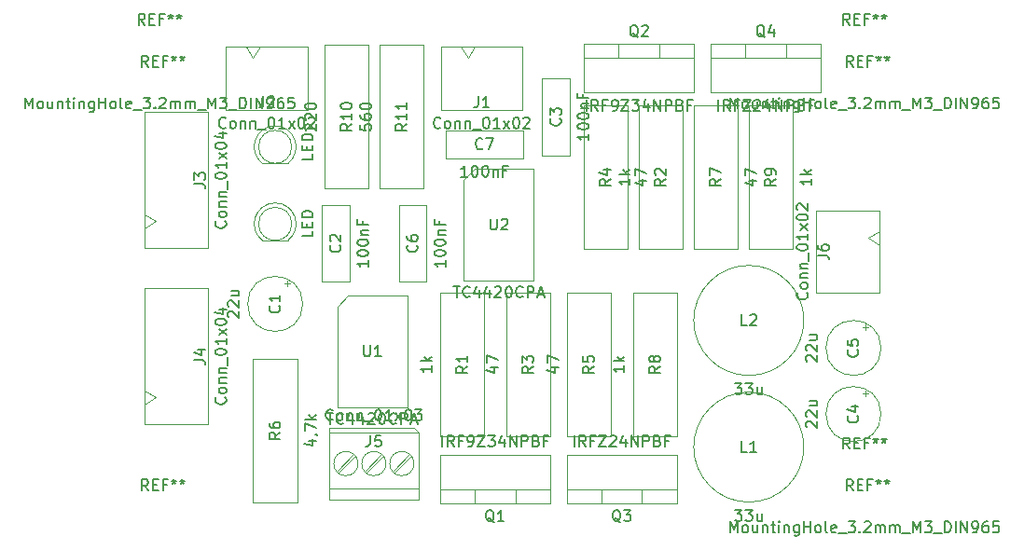
<source format=gbr>
G04 #@! TF.GenerationSoftware,KiCad,Pcbnew,(5.1.7)-1*
G04 #@! TF.CreationDate,2020-12-10T19:47:04+02:00*
G04 #@! TF.ProjectId,peltier,70656c74-6965-4722-9e6b-696361645f70,rev?*
G04 #@! TF.SameCoordinates,Original*
G04 #@! TF.FileFunction,Other,Fab,Top*
%FSLAX46Y46*%
G04 Gerber Fmt 4.6, Leading zero omitted, Abs format (unit mm)*
G04 Created by KiCad (PCBNEW (5.1.7)-1) date 2020-12-10 19:47:04*
%MOMM*%
%LPD*%
G01*
G04 APERTURE LIST*
%ADD10C,0.100000*%
%ADD11C,0.150000*%
G04 APERTURE END LIST*
D10*
X153050000Y-73150000D02*
X153050000Y-78900000D01*
X153050000Y-78900000D02*
X160450000Y-78900000D01*
X160450000Y-78900000D02*
X160450000Y-73150000D01*
X160450000Y-73150000D02*
X153050000Y-73150000D01*
X154875000Y-73150000D02*
X155500000Y-74150000D01*
X155500000Y-74150000D02*
X156125000Y-73150000D01*
X150600000Y-111000000D02*
G75*
G03*
X150600000Y-111000000I-1100000J0D01*
G01*
X148060000Y-111000000D02*
G75*
G03*
X148060000Y-111000000I-1100000J0D01*
G01*
X145520000Y-111000000D02*
G75*
G03*
X145520000Y-111000000I-1100000J0D01*
G01*
X151000000Y-114250000D02*
X142920000Y-114250000D01*
X142920000Y-114250000D02*
X142920000Y-107750000D01*
X142920000Y-107750000D02*
X150600000Y-107750000D01*
X150600000Y-107750000D02*
X151000000Y-108150000D01*
X151000000Y-108150000D02*
X151000000Y-114250000D01*
X151000000Y-108150000D02*
X142920000Y-108150000D01*
X151000000Y-113250000D02*
X142920000Y-113250000D01*
X148665000Y-111700000D02*
X150201000Y-110165000D01*
X148799000Y-111835000D02*
X150335000Y-110300000D01*
X146125000Y-111700000D02*
X147660000Y-110165000D01*
X146259000Y-111835000D02*
X147794000Y-110300000D01*
X143585000Y-111700000D02*
X145120000Y-110165000D01*
X143719000Y-111835000D02*
X145254000Y-110300000D01*
X156135000Y-84230000D02*
X161485000Y-84230000D01*
X161485000Y-84230000D02*
X161485000Y-94390000D01*
X161485000Y-94390000D02*
X155135000Y-94390000D01*
X155135000Y-94390000D02*
X155135000Y-85230000D01*
X155135000Y-85230000D02*
X156135000Y-84230000D01*
X144635000Y-95730000D02*
X149985000Y-95730000D01*
X149985000Y-95730000D02*
X149985000Y-105890000D01*
X149985000Y-105890000D02*
X143635000Y-105890000D01*
X143635000Y-105890000D02*
X143635000Y-96730000D01*
X143635000Y-96730000D02*
X144635000Y-95730000D01*
X151500000Y-86000000D02*
X151500000Y-73000000D01*
X147500000Y-86000000D02*
X151500000Y-86000000D01*
X147500000Y-73000000D02*
X147500000Y-86000000D01*
X151500000Y-73000000D02*
X147500000Y-73000000D01*
X146500000Y-73000000D02*
X142500000Y-73000000D01*
X142500000Y-73000000D02*
X142500000Y-86000000D01*
X142500000Y-86000000D02*
X146500000Y-86000000D01*
X146500000Y-86000000D02*
X146500000Y-73000000D01*
X181000000Y-91500000D02*
X185000000Y-91500000D01*
X185000000Y-91500000D02*
X185000000Y-78500000D01*
X185000000Y-78500000D02*
X181000000Y-78500000D01*
X181000000Y-78500000D02*
X181000000Y-91500000D01*
X174500000Y-95500000D02*
X170500000Y-95500000D01*
X170500000Y-95500000D02*
X170500000Y-108500000D01*
X170500000Y-108500000D02*
X174500000Y-108500000D01*
X174500000Y-108500000D02*
X174500000Y-95500000D01*
X176000000Y-91500000D02*
X180000000Y-91500000D01*
X180000000Y-91500000D02*
X180000000Y-78500000D01*
X180000000Y-78500000D02*
X176000000Y-78500000D01*
X176000000Y-78500000D02*
X176000000Y-91500000D01*
X136000000Y-114500000D02*
X140000000Y-114500000D01*
X140000000Y-114500000D02*
X140000000Y-101500000D01*
X140000000Y-101500000D02*
X136000000Y-101500000D01*
X136000000Y-101500000D02*
X136000000Y-114500000D01*
X168500000Y-95500000D02*
X164500000Y-95500000D01*
X164500000Y-95500000D02*
X164500000Y-108500000D01*
X164500000Y-108500000D02*
X168500000Y-108500000D01*
X168500000Y-108500000D02*
X168500000Y-95500000D01*
X166000000Y-91500000D02*
X170000000Y-91500000D01*
X170000000Y-91500000D02*
X170000000Y-78500000D01*
X170000000Y-78500000D02*
X166000000Y-78500000D01*
X166000000Y-78500000D02*
X166000000Y-91500000D01*
X163000000Y-95500000D02*
X159000000Y-95500000D01*
X159000000Y-95500000D02*
X159000000Y-108500000D01*
X159000000Y-108500000D02*
X163000000Y-108500000D01*
X163000000Y-108500000D02*
X163000000Y-95500000D01*
X175000000Y-78500000D02*
X171000000Y-78500000D01*
X171000000Y-78500000D02*
X171000000Y-91500000D01*
X171000000Y-91500000D02*
X175000000Y-91500000D01*
X175000000Y-91500000D02*
X175000000Y-78500000D01*
X157000000Y-95500000D02*
X153000000Y-95500000D01*
X153000000Y-95500000D02*
X153000000Y-108500000D01*
X153000000Y-108500000D02*
X157000000Y-108500000D01*
X157000000Y-108500000D02*
X157000000Y-95500000D01*
X177540000Y-72850000D02*
X177540000Y-77250000D01*
X177540000Y-77250000D02*
X187540000Y-77250000D01*
X187540000Y-77250000D02*
X187540000Y-72850000D01*
X187540000Y-72850000D02*
X177540000Y-72850000D01*
X177540000Y-74120000D02*
X187540000Y-74120000D01*
X180690000Y-72850000D02*
X180690000Y-74120000D01*
X184390000Y-72850000D02*
X184390000Y-74120000D01*
X174460000Y-114650000D02*
X174460000Y-110250000D01*
X174460000Y-110250000D02*
X164460000Y-110250000D01*
X164460000Y-110250000D02*
X164460000Y-114650000D01*
X164460000Y-114650000D02*
X174460000Y-114650000D01*
X174460000Y-113380000D02*
X164460000Y-113380000D01*
X171310000Y-114650000D02*
X171310000Y-113380000D01*
X167610000Y-114650000D02*
X167610000Y-113380000D01*
X166040000Y-72850000D02*
X166040000Y-77250000D01*
X166040000Y-77250000D02*
X176040000Y-77250000D01*
X176040000Y-77250000D02*
X176040000Y-72850000D01*
X176040000Y-72850000D02*
X166040000Y-72850000D01*
X166040000Y-74120000D02*
X176040000Y-74120000D01*
X169190000Y-72850000D02*
X169190000Y-74120000D01*
X172890000Y-72850000D02*
X172890000Y-74120000D01*
X162960000Y-114650000D02*
X162960000Y-110250000D01*
X162960000Y-110250000D02*
X152960000Y-110250000D01*
X152960000Y-110250000D02*
X152960000Y-114650000D01*
X152960000Y-114650000D02*
X162960000Y-114650000D01*
X162960000Y-113380000D02*
X152960000Y-113380000D01*
X159810000Y-114650000D02*
X159810000Y-113380000D01*
X156110000Y-114650000D02*
X156110000Y-113380000D01*
X186000000Y-98000000D02*
G75*
G03*
X186000000Y-98000000I-5000000J0D01*
G01*
X186000000Y-109500000D02*
G75*
G03*
X186000000Y-109500000I-5000000J0D01*
G01*
X192850000Y-88050000D02*
X187100000Y-88050000D01*
X187100000Y-88050000D02*
X187100000Y-95450000D01*
X187100000Y-95450000D02*
X192850000Y-95450000D01*
X192850000Y-95450000D02*
X192850000Y-88050000D01*
X192850000Y-89875000D02*
X191850000Y-90500000D01*
X191850000Y-90500000D02*
X192850000Y-91125000D01*
X126150000Y-107450000D02*
X131900000Y-107450000D01*
X131900000Y-107450000D02*
X131900000Y-95050000D01*
X131900000Y-95050000D02*
X126150000Y-95050000D01*
X126150000Y-95050000D02*
X126150000Y-107450000D01*
X126150000Y-105625000D02*
X127150000Y-105000000D01*
X127150000Y-105000000D02*
X126150000Y-104375000D01*
X126150000Y-91450000D02*
X131900000Y-91450000D01*
X131900000Y-91450000D02*
X131900000Y-79050000D01*
X131900000Y-79050000D02*
X126150000Y-79050000D01*
X126150000Y-79050000D02*
X126150000Y-91450000D01*
X126150000Y-89625000D02*
X127150000Y-89000000D01*
X127150000Y-89000000D02*
X126150000Y-88375000D01*
X133550000Y-73150000D02*
X133550000Y-78900000D01*
X133550000Y-78900000D02*
X140950000Y-78900000D01*
X140950000Y-78900000D02*
X140950000Y-73150000D01*
X140950000Y-73150000D02*
X133550000Y-73150000D01*
X135375000Y-73150000D02*
X136000000Y-74150000D01*
X136000000Y-74150000D02*
X136625000Y-73150000D01*
X139500000Y-89230000D02*
G75*
G03*
X139500000Y-89230000I-1500000J0D01*
G01*
X136833810Y-90730000D02*
X139166190Y-90730000D01*
X139165476Y-90730555D02*
G75*
G03*
X136833810Y-90730000I-1165476J1500555D01*
G01*
X139500000Y-82230000D02*
G75*
G03*
X139500000Y-82230000I-1500000J0D01*
G01*
X136833810Y-83730000D02*
X139166190Y-83730000D01*
X139165476Y-83730555D02*
G75*
G03*
X136833810Y-83730000I-1165476J1500555D01*
G01*
X153500000Y-80750000D02*
X153500000Y-83250000D01*
X153500000Y-83250000D02*
X160500000Y-83250000D01*
X160500000Y-83250000D02*
X160500000Y-80750000D01*
X160500000Y-80750000D02*
X153500000Y-80750000D01*
X149250000Y-94500000D02*
X151750000Y-94500000D01*
X151750000Y-94500000D02*
X151750000Y-87500000D01*
X151750000Y-87500000D02*
X149250000Y-87500000D01*
X149250000Y-87500000D02*
X149250000Y-94500000D01*
X193000000Y-100500000D02*
G75*
G03*
X193000000Y-100500000I-2500000J0D01*
G01*
X191587500Y-98366395D02*
X191587500Y-98866395D01*
X191837500Y-98616395D02*
X191337500Y-98616395D01*
X193000000Y-106500000D02*
G75*
G03*
X193000000Y-106500000I-2500000J0D01*
G01*
X191587500Y-104366395D02*
X191587500Y-104866395D01*
X191837500Y-104616395D02*
X191337500Y-104616395D01*
X162250000Y-83000000D02*
X164750000Y-83000000D01*
X164750000Y-83000000D02*
X164750000Y-76000000D01*
X164750000Y-76000000D02*
X162250000Y-76000000D01*
X162250000Y-76000000D02*
X162250000Y-83000000D01*
X142250000Y-94500000D02*
X144750000Y-94500000D01*
X144750000Y-94500000D02*
X144750000Y-87500000D01*
X144750000Y-87500000D02*
X142250000Y-87500000D01*
X142250000Y-87500000D02*
X142250000Y-94500000D01*
X139337500Y-94616395D02*
X138837500Y-94616395D01*
X139087500Y-94366395D02*
X139087500Y-94866395D01*
X140500000Y-96500000D02*
G75*
G03*
X140500000Y-96500000I-2500000J0D01*
G01*
D11*
X153011904Y-80457142D02*
X152964285Y-80504761D01*
X152821428Y-80552380D01*
X152726190Y-80552380D01*
X152583333Y-80504761D01*
X152488095Y-80409523D01*
X152440476Y-80314285D01*
X152392857Y-80123809D01*
X152392857Y-79980952D01*
X152440476Y-79790476D01*
X152488095Y-79695238D01*
X152583333Y-79600000D01*
X152726190Y-79552380D01*
X152821428Y-79552380D01*
X152964285Y-79600000D01*
X153011904Y-79647619D01*
X153583333Y-80552380D02*
X153488095Y-80504761D01*
X153440476Y-80457142D01*
X153392857Y-80361904D01*
X153392857Y-80076190D01*
X153440476Y-79980952D01*
X153488095Y-79933333D01*
X153583333Y-79885714D01*
X153726190Y-79885714D01*
X153821428Y-79933333D01*
X153869047Y-79980952D01*
X153916666Y-80076190D01*
X153916666Y-80361904D01*
X153869047Y-80457142D01*
X153821428Y-80504761D01*
X153726190Y-80552380D01*
X153583333Y-80552380D01*
X154345238Y-79885714D02*
X154345238Y-80552380D01*
X154345238Y-79980952D02*
X154392857Y-79933333D01*
X154488095Y-79885714D01*
X154630952Y-79885714D01*
X154726190Y-79933333D01*
X154773809Y-80028571D01*
X154773809Y-80552380D01*
X155250000Y-79885714D02*
X155250000Y-80552380D01*
X155250000Y-79980952D02*
X155297619Y-79933333D01*
X155392857Y-79885714D01*
X155535714Y-79885714D01*
X155630952Y-79933333D01*
X155678571Y-80028571D01*
X155678571Y-80552380D01*
X155916666Y-80647619D02*
X156678571Y-80647619D01*
X157107142Y-79552380D02*
X157202380Y-79552380D01*
X157297619Y-79600000D01*
X157345238Y-79647619D01*
X157392857Y-79742857D01*
X157440476Y-79933333D01*
X157440476Y-80171428D01*
X157392857Y-80361904D01*
X157345238Y-80457142D01*
X157297619Y-80504761D01*
X157202380Y-80552380D01*
X157107142Y-80552380D01*
X157011904Y-80504761D01*
X156964285Y-80457142D01*
X156916666Y-80361904D01*
X156869047Y-80171428D01*
X156869047Y-79933333D01*
X156916666Y-79742857D01*
X156964285Y-79647619D01*
X157011904Y-79600000D01*
X157107142Y-79552380D01*
X158392857Y-80552380D02*
X157821428Y-80552380D01*
X158107142Y-80552380D02*
X158107142Y-79552380D01*
X158011904Y-79695238D01*
X157916666Y-79790476D01*
X157821428Y-79838095D01*
X158726190Y-80552380D02*
X159250000Y-79885714D01*
X158726190Y-79885714D02*
X159250000Y-80552380D01*
X159821428Y-79552380D02*
X159916666Y-79552380D01*
X160011904Y-79600000D01*
X160059523Y-79647619D01*
X160107142Y-79742857D01*
X160154761Y-79933333D01*
X160154761Y-80171428D01*
X160107142Y-80361904D01*
X160059523Y-80457142D01*
X160011904Y-80504761D01*
X159916666Y-80552380D01*
X159821428Y-80552380D01*
X159726190Y-80504761D01*
X159678571Y-80457142D01*
X159630952Y-80361904D01*
X159583333Y-80171428D01*
X159583333Y-79933333D01*
X159630952Y-79742857D01*
X159678571Y-79647619D01*
X159726190Y-79600000D01*
X159821428Y-79552380D01*
X160535714Y-79647619D02*
X160583333Y-79600000D01*
X160678571Y-79552380D01*
X160916666Y-79552380D01*
X161011904Y-79600000D01*
X161059523Y-79647619D01*
X161107142Y-79742857D01*
X161107142Y-79838095D01*
X161059523Y-79980952D01*
X160488095Y-80552380D01*
X161107142Y-80552380D01*
X156416666Y-77652380D02*
X156416666Y-78366666D01*
X156369047Y-78509523D01*
X156273809Y-78604761D01*
X156130952Y-78652380D01*
X156035714Y-78652380D01*
X157416666Y-78652380D02*
X156845238Y-78652380D01*
X157130952Y-78652380D02*
X157130952Y-77652380D01*
X157035714Y-77795238D01*
X156940476Y-77890476D01*
X156845238Y-77938095D01*
X143221904Y-106987142D02*
X143174285Y-107034761D01*
X143031428Y-107082380D01*
X142936190Y-107082380D01*
X142793333Y-107034761D01*
X142698095Y-106939523D01*
X142650476Y-106844285D01*
X142602857Y-106653809D01*
X142602857Y-106510952D01*
X142650476Y-106320476D01*
X142698095Y-106225238D01*
X142793333Y-106130000D01*
X142936190Y-106082380D01*
X143031428Y-106082380D01*
X143174285Y-106130000D01*
X143221904Y-106177619D01*
X143793333Y-107082380D02*
X143698095Y-107034761D01*
X143650476Y-106987142D01*
X143602857Y-106891904D01*
X143602857Y-106606190D01*
X143650476Y-106510952D01*
X143698095Y-106463333D01*
X143793333Y-106415714D01*
X143936190Y-106415714D01*
X144031428Y-106463333D01*
X144079047Y-106510952D01*
X144126666Y-106606190D01*
X144126666Y-106891904D01*
X144079047Y-106987142D01*
X144031428Y-107034761D01*
X143936190Y-107082380D01*
X143793333Y-107082380D01*
X144555238Y-106415714D02*
X144555238Y-107082380D01*
X144555238Y-106510952D02*
X144602857Y-106463333D01*
X144698095Y-106415714D01*
X144840952Y-106415714D01*
X144936190Y-106463333D01*
X144983809Y-106558571D01*
X144983809Y-107082380D01*
X145460000Y-106415714D02*
X145460000Y-107082380D01*
X145460000Y-106510952D02*
X145507619Y-106463333D01*
X145602857Y-106415714D01*
X145745714Y-106415714D01*
X145840952Y-106463333D01*
X145888571Y-106558571D01*
X145888571Y-107082380D01*
X146126666Y-107177619D02*
X146888571Y-107177619D01*
X147317142Y-106082380D02*
X147412380Y-106082380D01*
X147507619Y-106130000D01*
X147555238Y-106177619D01*
X147602857Y-106272857D01*
X147650476Y-106463333D01*
X147650476Y-106701428D01*
X147602857Y-106891904D01*
X147555238Y-106987142D01*
X147507619Y-107034761D01*
X147412380Y-107082380D01*
X147317142Y-107082380D01*
X147221904Y-107034761D01*
X147174285Y-106987142D01*
X147126666Y-106891904D01*
X147079047Y-106701428D01*
X147079047Y-106463333D01*
X147126666Y-106272857D01*
X147174285Y-106177619D01*
X147221904Y-106130000D01*
X147317142Y-106082380D01*
X148602857Y-107082380D02*
X148031428Y-107082380D01*
X148317142Y-107082380D02*
X148317142Y-106082380D01*
X148221904Y-106225238D01*
X148126666Y-106320476D01*
X148031428Y-106368095D01*
X148936190Y-107082380D02*
X149460000Y-106415714D01*
X148936190Y-106415714D02*
X149460000Y-107082380D01*
X150031428Y-106082380D02*
X150126666Y-106082380D01*
X150221904Y-106130000D01*
X150269523Y-106177619D01*
X150317142Y-106272857D01*
X150364761Y-106463333D01*
X150364761Y-106701428D01*
X150317142Y-106891904D01*
X150269523Y-106987142D01*
X150221904Y-107034761D01*
X150126666Y-107082380D01*
X150031428Y-107082380D01*
X149936190Y-107034761D01*
X149888571Y-106987142D01*
X149840952Y-106891904D01*
X149793333Y-106701428D01*
X149793333Y-106463333D01*
X149840952Y-106272857D01*
X149888571Y-106177619D01*
X149936190Y-106130000D01*
X150031428Y-106082380D01*
X150698095Y-106082380D02*
X151317142Y-106082380D01*
X150983809Y-106463333D01*
X151126666Y-106463333D01*
X151221904Y-106510952D01*
X151269523Y-106558571D01*
X151317142Y-106653809D01*
X151317142Y-106891904D01*
X151269523Y-106987142D01*
X151221904Y-107034761D01*
X151126666Y-107082380D01*
X150840952Y-107082380D01*
X150745714Y-107034761D01*
X150698095Y-106987142D01*
X146626666Y-108452380D02*
X146626666Y-109166666D01*
X146579047Y-109309523D01*
X146483809Y-109404761D01*
X146340952Y-109452380D01*
X146245714Y-109452380D01*
X147579047Y-108452380D02*
X147102857Y-108452380D01*
X147055238Y-108928571D01*
X147102857Y-108880952D01*
X147198095Y-108833333D01*
X147436190Y-108833333D01*
X147531428Y-108880952D01*
X147579047Y-108928571D01*
X147626666Y-109023809D01*
X147626666Y-109261904D01*
X147579047Y-109357142D01*
X147531428Y-109404761D01*
X147436190Y-109452380D01*
X147198095Y-109452380D01*
X147102857Y-109404761D01*
X147055238Y-109357142D01*
X126466666Y-113452380D02*
X126133333Y-112976190D01*
X125895238Y-113452380D02*
X125895238Y-112452380D01*
X126276190Y-112452380D01*
X126371428Y-112500000D01*
X126419047Y-112547619D01*
X126466666Y-112642857D01*
X126466666Y-112785714D01*
X126419047Y-112880952D01*
X126371428Y-112928571D01*
X126276190Y-112976190D01*
X125895238Y-112976190D01*
X126895238Y-112928571D02*
X127228571Y-112928571D01*
X127371428Y-113452380D02*
X126895238Y-113452380D01*
X126895238Y-112452380D01*
X127371428Y-112452380D01*
X128133333Y-112928571D02*
X127800000Y-112928571D01*
X127800000Y-113452380D02*
X127800000Y-112452380D01*
X128276190Y-112452380D01*
X128800000Y-112452380D02*
X128800000Y-112690476D01*
X128561904Y-112595238D02*
X128800000Y-112690476D01*
X129038095Y-112595238D01*
X128657142Y-112880952D02*
X128800000Y-112690476D01*
X128942857Y-112880952D01*
X129561904Y-112452380D02*
X129561904Y-112690476D01*
X129323809Y-112595238D02*
X129561904Y-112690476D01*
X129800000Y-112595238D01*
X129419047Y-112880952D02*
X129561904Y-112690476D01*
X129704761Y-112880952D01*
X126166666Y-71152380D02*
X125833333Y-70676190D01*
X125595238Y-71152380D02*
X125595238Y-70152380D01*
X125976190Y-70152380D01*
X126071428Y-70200000D01*
X126119047Y-70247619D01*
X126166666Y-70342857D01*
X126166666Y-70485714D01*
X126119047Y-70580952D01*
X126071428Y-70628571D01*
X125976190Y-70676190D01*
X125595238Y-70676190D01*
X126595238Y-70628571D02*
X126928571Y-70628571D01*
X127071428Y-71152380D02*
X126595238Y-71152380D01*
X126595238Y-70152380D01*
X127071428Y-70152380D01*
X127833333Y-70628571D02*
X127500000Y-70628571D01*
X127500000Y-71152380D02*
X127500000Y-70152380D01*
X127976190Y-70152380D01*
X128500000Y-70152380D02*
X128500000Y-70390476D01*
X128261904Y-70295238D02*
X128500000Y-70390476D01*
X128738095Y-70295238D01*
X128357142Y-70580952D02*
X128500000Y-70390476D01*
X128642857Y-70580952D01*
X129261904Y-70152380D02*
X129261904Y-70390476D01*
X129023809Y-70295238D02*
X129261904Y-70390476D01*
X129500000Y-70295238D01*
X129119047Y-70580952D02*
X129261904Y-70390476D01*
X129404761Y-70580952D01*
X115309523Y-78752380D02*
X115309523Y-77752380D01*
X115642857Y-78466666D01*
X115976190Y-77752380D01*
X115976190Y-78752380D01*
X116595238Y-78752380D02*
X116500000Y-78704761D01*
X116452380Y-78657142D01*
X116404761Y-78561904D01*
X116404761Y-78276190D01*
X116452380Y-78180952D01*
X116500000Y-78133333D01*
X116595238Y-78085714D01*
X116738095Y-78085714D01*
X116833333Y-78133333D01*
X116880952Y-78180952D01*
X116928571Y-78276190D01*
X116928571Y-78561904D01*
X116880952Y-78657142D01*
X116833333Y-78704761D01*
X116738095Y-78752380D01*
X116595238Y-78752380D01*
X117785714Y-78085714D02*
X117785714Y-78752380D01*
X117357142Y-78085714D02*
X117357142Y-78609523D01*
X117404761Y-78704761D01*
X117500000Y-78752380D01*
X117642857Y-78752380D01*
X117738095Y-78704761D01*
X117785714Y-78657142D01*
X118261904Y-78085714D02*
X118261904Y-78752380D01*
X118261904Y-78180952D02*
X118309523Y-78133333D01*
X118404761Y-78085714D01*
X118547619Y-78085714D01*
X118642857Y-78133333D01*
X118690476Y-78228571D01*
X118690476Y-78752380D01*
X119023809Y-78085714D02*
X119404761Y-78085714D01*
X119166666Y-77752380D02*
X119166666Y-78609523D01*
X119214285Y-78704761D01*
X119309523Y-78752380D01*
X119404761Y-78752380D01*
X119738095Y-78752380D02*
X119738095Y-78085714D01*
X119738095Y-77752380D02*
X119690476Y-77800000D01*
X119738095Y-77847619D01*
X119785714Y-77800000D01*
X119738095Y-77752380D01*
X119738095Y-77847619D01*
X120214285Y-78085714D02*
X120214285Y-78752380D01*
X120214285Y-78180952D02*
X120261904Y-78133333D01*
X120357142Y-78085714D01*
X120500000Y-78085714D01*
X120595238Y-78133333D01*
X120642857Y-78228571D01*
X120642857Y-78752380D01*
X121547619Y-78085714D02*
X121547619Y-78895238D01*
X121500000Y-78990476D01*
X121452380Y-79038095D01*
X121357142Y-79085714D01*
X121214285Y-79085714D01*
X121119047Y-79038095D01*
X121547619Y-78704761D02*
X121452380Y-78752380D01*
X121261904Y-78752380D01*
X121166666Y-78704761D01*
X121119047Y-78657142D01*
X121071428Y-78561904D01*
X121071428Y-78276190D01*
X121119047Y-78180952D01*
X121166666Y-78133333D01*
X121261904Y-78085714D01*
X121452380Y-78085714D01*
X121547619Y-78133333D01*
X122023809Y-78752380D02*
X122023809Y-77752380D01*
X122023809Y-78228571D02*
X122595238Y-78228571D01*
X122595238Y-78752380D02*
X122595238Y-77752380D01*
X123214285Y-78752380D02*
X123119047Y-78704761D01*
X123071428Y-78657142D01*
X123023809Y-78561904D01*
X123023809Y-78276190D01*
X123071428Y-78180952D01*
X123119047Y-78133333D01*
X123214285Y-78085714D01*
X123357142Y-78085714D01*
X123452380Y-78133333D01*
X123500000Y-78180952D01*
X123547619Y-78276190D01*
X123547619Y-78561904D01*
X123500000Y-78657142D01*
X123452380Y-78704761D01*
X123357142Y-78752380D01*
X123214285Y-78752380D01*
X124119047Y-78752380D02*
X124023809Y-78704761D01*
X123976190Y-78609523D01*
X123976190Y-77752380D01*
X124880952Y-78704761D02*
X124785714Y-78752380D01*
X124595238Y-78752380D01*
X124500000Y-78704761D01*
X124452380Y-78609523D01*
X124452380Y-78228571D01*
X124500000Y-78133333D01*
X124595238Y-78085714D01*
X124785714Y-78085714D01*
X124880952Y-78133333D01*
X124928571Y-78228571D01*
X124928571Y-78323809D01*
X124452380Y-78419047D01*
X125119047Y-78847619D02*
X125880952Y-78847619D01*
X126023809Y-77752380D02*
X126642857Y-77752380D01*
X126309523Y-78133333D01*
X126452380Y-78133333D01*
X126547619Y-78180952D01*
X126595238Y-78228571D01*
X126642857Y-78323809D01*
X126642857Y-78561904D01*
X126595238Y-78657142D01*
X126547619Y-78704761D01*
X126452380Y-78752380D01*
X126166666Y-78752380D01*
X126071428Y-78704761D01*
X126023809Y-78657142D01*
X127071428Y-78657142D02*
X127119047Y-78704761D01*
X127071428Y-78752380D01*
X127023809Y-78704761D01*
X127071428Y-78657142D01*
X127071428Y-78752380D01*
X127499999Y-77847619D02*
X127547619Y-77800000D01*
X127642857Y-77752380D01*
X127880952Y-77752380D01*
X127976190Y-77800000D01*
X128023809Y-77847619D01*
X128071428Y-77942857D01*
X128071428Y-78038095D01*
X128023809Y-78180952D01*
X127452380Y-78752380D01*
X128071428Y-78752380D01*
X128499999Y-78752380D02*
X128499999Y-78085714D01*
X128499999Y-78180952D02*
X128547619Y-78133333D01*
X128642857Y-78085714D01*
X128785714Y-78085714D01*
X128880952Y-78133333D01*
X128928571Y-78228571D01*
X128928571Y-78752380D01*
X128928571Y-78228571D02*
X128976190Y-78133333D01*
X129071428Y-78085714D01*
X129214285Y-78085714D01*
X129309523Y-78133333D01*
X129357142Y-78228571D01*
X129357142Y-78752380D01*
X129833333Y-78752380D02*
X129833333Y-78085714D01*
X129833333Y-78180952D02*
X129880952Y-78133333D01*
X129976190Y-78085714D01*
X130119047Y-78085714D01*
X130214285Y-78133333D01*
X130261904Y-78228571D01*
X130261904Y-78752380D01*
X130261904Y-78228571D02*
X130309523Y-78133333D01*
X130404761Y-78085714D01*
X130547619Y-78085714D01*
X130642857Y-78133333D01*
X130690476Y-78228571D01*
X130690476Y-78752380D01*
X130928571Y-78847619D02*
X131690476Y-78847619D01*
X131928571Y-78752380D02*
X131928571Y-77752380D01*
X132261904Y-78466666D01*
X132595238Y-77752380D01*
X132595238Y-78752380D01*
X132976190Y-77752380D02*
X133595238Y-77752380D01*
X133261904Y-78133333D01*
X133404761Y-78133333D01*
X133500000Y-78180952D01*
X133547619Y-78228571D01*
X133595238Y-78323809D01*
X133595238Y-78561904D01*
X133547619Y-78657142D01*
X133500000Y-78704761D01*
X133404761Y-78752380D01*
X133119047Y-78752380D01*
X133023809Y-78704761D01*
X132976190Y-78657142D01*
X133785714Y-78847619D02*
X134547619Y-78847619D01*
X134785714Y-78752380D02*
X134785714Y-77752380D01*
X135023809Y-77752380D01*
X135166666Y-77800000D01*
X135261904Y-77895238D01*
X135309523Y-77990476D01*
X135357142Y-78180952D01*
X135357142Y-78323809D01*
X135309523Y-78514285D01*
X135261904Y-78609523D01*
X135166666Y-78704761D01*
X135023809Y-78752380D01*
X134785714Y-78752380D01*
X135785714Y-78752380D02*
X135785714Y-77752380D01*
X136261904Y-78752380D02*
X136261904Y-77752380D01*
X136833333Y-78752380D01*
X136833333Y-77752380D01*
X137357142Y-78752380D02*
X137547619Y-78752380D01*
X137642857Y-78704761D01*
X137690476Y-78657142D01*
X137785714Y-78514285D01*
X137833333Y-78323809D01*
X137833333Y-77942857D01*
X137785714Y-77847619D01*
X137738095Y-77800000D01*
X137642857Y-77752380D01*
X137452380Y-77752380D01*
X137357142Y-77800000D01*
X137309523Y-77847619D01*
X137261904Y-77942857D01*
X137261904Y-78180952D01*
X137309523Y-78276190D01*
X137357142Y-78323809D01*
X137452380Y-78371428D01*
X137642857Y-78371428D01*
X137738095Y-78323809D01*
X137785714Y-78276190D01*
X137833333Y-78180952D01*
X138690476Y-77752380D02*
X138500000Y-77752380D01*
X138404761Y-77800000D01*
X138357142Y-77847619D01*
X138261904Y-77990476D01*
X138214285Y-78180952D01*
X138214285Y-78561904D01*
X138261904Y-78657142D01*
X138309523Y-78704761D01*
X138404761Y-78752380D01*
X138595238Y-78752380D01*
X138690476Y-78704761D01*
X138738095Y-78657142D01*
X138785714Y-78561904D01*
X138785714Y-78323809D01*
X138738095Y-78228571D01*
X138690476Y-78180952D01*
X138595238Y-78133333D01*
X138404761Y-78133333D01*
X138309523Y-78180952D01*
X138261904Y-78228571D01*
X138214285Y-78323809D01*
X139690476Y-77752380D02*
X139214285Y-77752380D01*
X139166666Y-78228571D01*
X139214285Y-78180952D01*
X139309523Y-78133333D01*
X139547619Y-78133333D01*
X139642857Y-78180952D01*
X139690476Y-78228571D01*
X139738095Y-78323809D01*
X139738095Y-78561904D01*
X139690476Y-78657142D01*
X139642857Y-78704761D01*
X139547619Y-78752380D01*
X139309523Y-78752380D01*
X139214285Y-78704761D01*
X139166666Y-78657142D01*
X126466666Y-74952380D02*
X126133333Y-74476190D01*
X125895238Y-74952380D02*
X125895238Y-73952380D01*
X126276190Y-73952380D01*
X126371428Y-74000000D01*
X126419047Y-74047619D01*
X126466666Y-74142857D01*
X126466666Y-74285714D01*
X126419047Y-74380952D01*
X126371428Y-74428571D01*
X126276190Y-74476190D01*
X125895238Y-74476190D01*
X126895238Y-74428571D02*
X127228571Y-74428571D01*
X127371428Y-74952380D02*
X126895238Y-74952380D01*
X126895238Y-73952380D01*
X127371428Y-73952380D01*
X128133333Y-74428571D02*
X127800000Y-74428571D01*
X127800000Y-74952380D02*
X127800000Y-73952380D01*
X128276190Y-73952380D01*
X128800000Y-73952380D02*
X128800000Y-74190476D01*
X128561904Y-74095238D02*
X128800000Y-74190476D01*
X129038095Y-74095238D01*
X128657142Y-74380952D02*
X128800000Y-74190476D01*
X128942857Y-74380952D01*
X129561904Y-73952380D02*
X129561904Y-74190476D01*
X129323809Y-74095238D02*
X129561904Y-74190476D01*
X129800000Y-74095238D01*
X129419047Y-74380952D02*
X129561904Y-74190476D01*
X129704761Y-74380952D01*
X190166666Y-71152380D02*
X189833333Y-70676190D01*
X189595238Y-71152380D02*
X189595238Y-70152380D01*
X189976190Y-70152380D01*
X190071428Y-70200000D01*
X190119047Y-70247619D01*
X190166666Y-70342857D01*
X190166666Y-70485714D01*
X190119047Y-70580952D01*
X190071428Y-70628571D01*
X189976190Y-70676190D01*
X189595238Y-70676190D01*
X190595238Y-70628571D02*
X190928571Y-70628571D01*
X191071428Y-71152380D02*
X190595238Y-71152380D01*
X190595238Y-70152380D01*
X191071428Y-70152380D01*
X191833333Y-70628571D02*
X191500000Y-70628571D01*
X191500000Y-71152380D02*
X191500000Y-70152380D01*
X191976190Y-70152380D01*
X192500000Y-70152380D02*
X192500000Y-70390476D01*
X192261904Y-70295238D02*
X192500000Y-70390476D01*
X192738095Y-70295238D01*
X192357142Y-70580952D02*
X192500000Y-70390476D01*
X192642857Y-70580952D01*
X193261904Y-70152380D02*
X193261904Y-70390476D01*
X193023809Y-70295238D02*
X193261904Y-70390476D01*
X193500000Y-70295238D01*
X193119047Y-70580952D02*
X193261904Y-70390476D01*
X193404761Y-70580952D01*
X179309523Y-78752380D02*
X179309523Y-77752380D01*
X179642857Y-78466666D01*
X179976190Y-77752380D01*
X179976190Y-78752380D01*
X180595238Y-78752380D02*
X180500000Y-78704761D01*
X180452380Y-78657142D01*
X180404761Y-78561904D01*
X180404761Y-78276190D01*
X180452380Y-78180952D01*
X180500000Y-78133333D01*
X180595238Y-78085714D01*
X180738095Y-78085714D01*
X180833333Y-78133333D01*
X180880952Y-78180952D01*
X180928571Y-78276190D01*
X180928571Y-78561904D01*
X180880952Y-78657142D01*
X180833333Y-78704761D01*
X180738095Y-78752380D01*
X180595238Y-78752380D01*
X181785714Y-78085714D02*
X181785714Y-78752380D01*
X181357142Y-78085714D02*
X181357142Y-78609523D01*
X181404761Y-78704761D01*
X181500000Y-78752380D01*
X181642857Y-78752380D01*
X181738095Y-78704761D01*
X181785714Y-78657142D01*
X182261904Y-78085714D02*
X182261904Y-78752380D01*
X182261904Y-78180952D02*
X182309523Y-78133333D01*
X182404761Y-78085714D01*
X182547619Y-78085714D01*
X182642857Y-78133333D01*
X182690476Y-78228571D01*
X182690476Y-78752380D01*
X183023809Y-78085714D02*
X183404761Y-78085714D01*
X183166666Y-77752380D02*
X183166666Y-78609523D01*
X183214285Y-78704761D01*
X183309523Y-78752380D01*
X183404761Y-78752380D01*
X183738095Y-78752380D02*
X183738095Y-78085714D01*
X183738095Y-77752380D02*
X183690476Y-77800000D01*
X183738095Y-77847619D01*
X183785714Y-77800000D01*
X183738095Y-77752380D01*
X183738095Y-77847619D01*
X184214285Y-78085714D02*
X184214285Y-78752380D01*
X184214285Y-78180952D02*
X184261904Y-78133333D01*
X184357142Y-78085714D01*
X184500000Y-78085714D01*
X184595238Y-78133333D01*
X184642857Y-78228571D01*
X184642857Y-78752380D01*
X185547619Y-78085714D02*
X185547619Y-78895238D01*
X185500000Y-78990476D01*
X185452380Y-79038095D01*
X185357142Y-79085714D01*
X185214285Y-79085714D01*
X185119047Y-79038095D01*
X185547619Y-78704761D02*
X185452380Y-78752380D01*
X185261904Y-78752380D01*
X185166666Y-78704761D01*
X185119047Y-78657142D01*
X185071428Y-78561904D01*
X185071428Y-78276190D01*
X185119047Y-78180952D01*
X185166666Y-78133333D01*
X185261904Y-78085714D01*
X185452380Y-78085714D01*
X185547619Y-78133333D01*
X186023809Y-78752380D02*
X186023809Y-77752380D01*
X186023809Y-78228571D02*
X186595238Y-78228571D01*
X186595238Y-78752380D02*
X186595238Y-77752380D01*
X187214285Y-78752380D02*
X187119047Y-78704761D01*
X187071428Y-78657142D01*
X187023809Y-78561904D01*
X187023809Y-78276190D01*
X187071428Y-78180952D01*
X187119047Y-78133333D01*
X187214285Y-78085714D01*
X187357142Y-78085714D01*
X187452380Y-78133333D01*
X187500000Y-78180952D01*
X187547619Y-78276190D01*
X187547619Y-78561904D01*
X187500000Y-78657142D01*
X187452380Y-78704761D01*
X187357142Y-78752380D01*
X187214285Y-78752380D01*
X188119047Y-78752380D02*
X188023809Y-78704761D01*
X187976190Y-78609523D01*
X187976190Y-77752380D01*
X188880952Y-78704761D02*
X188785714Y-78752380D01*
X188595238Y-78752380D01*
X188500000Y-78704761D01*
X188452380Y-78609523D01*
X188452380Y-78228571D01*
X188500000Y-78133333D01*
X188595238Y-78085714D01*
X188785714Y-78085714D01*
X188880952Y-78133333D01*
X188928571Y-78228571D01*
X188928571Y-78323809D01*
X188452380Y-78419047D01*
X189119047Y-78847619D02*
X189880952Y-78847619D01*
X190023809Y-77752380D02*
X190642857Y-77752380D01*
X190309523Y-78133333D01*
X190452380Y-78133333D01*
X190547619Y-78180952D01*
X190595238Y-78228571D01*
X190642857Y-78323809D01*
X190642857Y-78561904D01*
X190595238Y-78657142D01*
X190547619Y-78704761D01*
X190452380Y-78752380D01*
X190166666Y-78752380D01*
X190071428Y-78704761D01*
X190023809Y-78657142D01*
X191071428Y-78657142D02*
X191119047Y-78704761D01*
X191071428Y-78752380D01*
X191023809Y-78704761D01*
X191071428Y-78657142D01*
X191071428Y-78752380D01*
X191500000Y-77847619D02*
X191547619Y-77800000D01*
X191642857Y-77752380D01*
X191880952Y-77752380D01*
X191976190Y-77800000D01*
X192023809Y-77847619D01*
X192071428Y-77942857D01*
X192071428Y-78038095D01*
X192023809Y-78180952D01*
X191452380Y-78752380D01*
X192071428Y-78752380D01*
X192500000Y-78752380D02*
X192500000Y-78085714D01*
X192500000Y-78180952D02*
X192547619Y-78133333D01*
X192642857Y-78085714D01*
X192785714Y-78085714D01*
X192880952Y-78133333D01*
X192928571Y-78228571D01*
X192928571Y-78752380D01*
X192928571Y-78228571D02*
X192976190Y-78133333D01*
X193071428Y-78085714D01*
X193214285Y-78085714D01*
X193309523Y-78133333D01*
X193357142Y-78228571D01*
X193357142Y-78752380D01*
X193833333Y-78752380D02*
X193833333Y-78085714D01*
X193833333Y-78180952D02*
X193880952Y-78133333D01*
X193976190Y-78085714D01*
X194119047Y-78085714D01*
X194214285Y-78133333D01*
X194261904Y-78228571D01*
X194261904Y-78752380D01*
X194261904Y-78228571D02*
X194309523Y-78133333D01*
X194404761Y-78085714D01*
X194547619Y-78085714D01*
X194642857Y-78133333D01*
X194690476Y-78228571D01*
X194690476Y-78752380D01*
X194928571Y-78847619D02*
X195690476Y-78847619D01*
X195928571Y-78752380D02*
X195928571Y-77752380D01*
X196261904Y-78466666D01*
X196595238Y-77752380D01*
X196595238Y-78752380D01*
X196976190Y-77752380D02*
X197595238Y-77752380D01*
X197261904Y-78133333D01*
X197404761Y-78133333D01*
X197500000Y-78180952D01*
X197547619Y-78228571D01*
X197595238Y-78323809D01*
X197595238Y-78561904D01*
X197547619Y-78657142D01*
X197500000Y-78704761D01*
X197404761Y-78752380D01*
X197119047Y-78752380D01*
X197023809Y-78704761D01*
X196976190Y-78657142D01*
X197785714Y-78847619D02*
X198547619Y-78847619D01*
X198785714Y-78752380D02*
X198785714Y-77752380D01*
X199023809Y-77752380D01*
X199166666Y-77800000D01*
X199261904Y-77895238D01*
X199309523Y-77990476D01*
X199357142Y-78180952D01*
X199357142Y-78323809D01*
X199309523Y-78514285D01*
X199261904Y-78609523D01*
X199166666Y-78704761D01*
X199023809Y-78752380D01*
X198785714Y-78752380D01*
X199785714Y-78752380D02*
X199785714Y-77752380D01*
X200261904Y-78752380D02*
X200261904Y-77752380D01*
X200833333Y-78752380D01*
X200833333Y-77752380D01*
X201357142Y-78752380D02*
X201547619Y-78752380D01*
X201642857Y-78704761D01*
X201690476Y-78657142D01*
X201785714Y-78514285D01*
X201833333Y-78323809D01*
X201833333Y-77942857D01*
X201785714Y-77847619D01*
X201738095Y-77800000D01*
X201642857Y-77752380D01*
X201452380Y-77752380D01*
X201357142Y-77800000D01*
X201309523Y-77847619D01*
X201261904Y-77942857D01*
X201261904Y-78180952D01*
X201309523Y-78276190D01*
X201357142Y-78323809D01*
X201452380Y-78371428D01*
X201642857Y-78371428D01*
X201738095Y-78323809D01*
X201785714Y-78276190D01*
X201833333Y-78180952D01*
X202690476Y-77752380D02*
X202500000Y-77752380D01*
X202404761Y-77800000D01*
X202357142Y-77847619D01*
X202261904Y-77990476D01*
X202214285Y-78180952D01*
X202214285Y-78561904D01*
X202261904Y-78657142D01*
X202309523Y-78704761D01*
X202404761Y-78752380D01*
X202595238Y-78752380D01*
X202690476Y-78704761D01*
X202738095Y-78657142D01*
X202785714Y-78561904D01*
X202785714Y-78323809D01*
X202738095Y-78228571D01*
X202690476Y-78180952D01*
X202595238Y-78133333D01*
X202404761Y-78133333D01*
X202309523Y-78180952D01*
X202261904Y-78228571D01*
X202214285Y-78323809D01*
X203690476Y-77752380D02*
X203214285Y-77752380D01*
X203166666Y-78228571D01*
X203214285Y-78180952D01*
X203309523Y-78133333D01*
X203547619Y-78133333D01*
X203642857Y-78180952D01*
X203690476Y-78228571D01*
X203738095Y-78323809D01*
X203738095Y-78561904D01*
X203690476Y-78657142D01*
X203642857Y-78704761D01*
X203547619Y-78752380D01*
X203309523Y-78752380D01*
X203214285Y-78704761D01*
X203166666Y-78657142D01*
X190466666Y-74952380D02*
X190133333Y-74476190D01*
X189895238Y-74952380D02*
X189895238Y-73952380D01*
X190276190Y-73952380D01*
X190371428Y-74000000D01*
X190419047Y-74047619D01*
X190466666Y-74142857D01*
X190466666Y-74285714D01*
X190419047Y-74380952D01*
X190371428Y-74428571D01*
X190276190Y-74476190D01*
X189895238Y-74476190D01*
X190895238Y-74428571D02*
X191228571Y-74428571D01*
X191371428Y-74952380D02*
X190895238Y-74952380D01*
X190895238Y-73952380D01*
X191371428Y-73952380D01*
X192133333Y-74428571D02*
X191800000Y-74428571D01*
X191800000Y-74952380D02*
X191800000Y-73952380D01*
X192276190Y-73952380D01*
X192800000Y-73952380D02*
X192800000Y-74190476D01*
X192561904Y-74095238D02*
X192800000Y-74190476D01*
X193038095Y-74095238D01*
X192657142Y-74380952D02*
X192800000Y-74190476D01*
X192942857Y-74380952D01*
X193561904Y-73952380D02*
X193561904Y-74190476D01*
X193323809Y-74095238D02*
X193561904Y-74190476D01*
X193800000Y-74095238D01*
X193419047Y-74380952D02*
X193561904Y-74190476D01*
X193704761Y-74380952D01*
X190166666Y-109652380D02*
X189833333Y-109176190D01*
X189595238Y-109652380D02*
X189595238Y-108652380D01*
X189976190Y-108652380D01*
X190071428Y-108700000D01*
X190119047Y-108747619D01*
X190166666Y-108842857D01*
X190166666Y-108985714D01*
X190119047Y-109080952D01*
X190071428Y-109128571D01*
X189976190Y-109176190D01*
X189595238Y-109176190D01*
X190595238Y-109128571D02*
X190928571Y-109128571D01*
X191071428Y-109652380D02*
X190595238Y-109652380D01*
X190595238Y-108652380D01*
X191071428Y-108652380D01*
X191833333Y-109128571D02*
X191500000Y-109128571D01*
X191500000Y-109652380D02*
X191500000Y-108652380D01*
X191976190Y-108652380D01*
X192500000Y-108652380D02*
X192500000Y-108890476D01*
X192261904Y-108795238D02*
X192500000Y-108890476D01*
X192738095Y-108795238D01*
X192357142Y-109080952D02*
X192500000Y-108890476D01*
X192642857Y-109080952D01*
X193261904Y-108652380D02*
X193261904Y-108890476D01*
X193023809Y-108795238D02*
X193261904Y-108890476D01*
X193500000Y-108795238D01*
X193119047Y-109080952D02*
X193261904Y-108890476D01*
X193404761Y-109080952D01*
X179309523Y-117252380D02*
X179309523Y-116252380D01*
X179642857Y-116966666D01*
X179976190Y-116252380D01*
X179976190Y-117252380D01*
X180595238Y-117252380D02*
X180500000Y-117204761D01*
X180452380Y-117157142D01*
X180404761Y-117061904D01*
X180404761Y-116776190D01*
X180452380Y-116680952D01*
X180500000Y-116633333D01*
X180595238Y-116585714D01*
X180738095Y-116585714D01*
X180833333Y-116633333D01*
X180880952Y-116680952D01*
X180928571Y-116776190D01*
X180928571Y-117061904D01*
X180880952Y-117157142D01*
X180833333Y-117204761D01*
X180738095Y-117252380D01*
X180595238Y-117252380D01*
X181785714Y-116585714D02*
X181785714Y-117252380D01*
X181357142Y-116585714D02*
X181357142Y-117109523D01*
X181404761Y-117204761D01*
X181500000Y-117252380D01*
X181642857Y-117252380D01*
X181738095Y-117204761D01*
X181785714Y-117157142D01*
X182261904Y-116585714D02*
X182261904Y-117252380D01*
X182261904Y-116680952D02*
X182309523Y-116633333D01*
X182404761Y-116585714D01*
X182547619Y-116585714D01*
X182642857Y-116633333D01*
X182690476Y-116728571D01*
X182690476Y-117252380D01*
X183023809Y-116585714D02*
X183404761Y-116585714D01*
X183166666Y-116252380D02*
X183166666Y-117109523D01*
X183214285Y-117204761D01*
X183309523Y-117252380D01*
X183404761Y-117252380D01*
X183738095Y-117252380D02*
X183738095Y-116585714D01*
X183738095Y-116252380D02*
X183690476Y-116300000D01*
X183738095Y-116347619D01*
X183785714Y-116300000D01*
X183738095Y-116252380D01*
X183738095Y-116347619D01*
X184214285Y-116585714D02*
X184214285Y-117252380D01*
X184214285Y-116680952D02*
X184261904Y-116633333D01*
X184357142Y-116585714D01*
X184500000Y-116585714D01*
X184595238Y-116633333D01*
X184642857Y-116728571D01*
X184642857Y-117252380D01*
X185547619Y-116585714D02*
X185547619Y-117395238D01*
X185500000Y-117490476D01*
X185452380Y-117538095D01*
X185357142Y-117585714D01*
X185214285Y-117585714D01*
X185119047Y-117538095D01*
X185547619Y-117204761D02*
X185452380Y-117252380D01*
X185261904Y-117252380D01*
X185166666Y-117204761D01*
X185119047Y-117157142D01*
X185071428Y-117061904D01*
X185071428Y-116776190D01*
X185119047Y-116680952D01*
X185166666Y-116633333D01*
X185261904Y-116585714D01*
X185452380Y-116585714D01*
X185547619Y-116633333D01*
X186023809Y-117252380D02*
X186023809Y-116252380D01*
X186023809Y-116728571D02*
X186595238Y-116728571D01*
X186595238Y-117252380D02*
X186595238Y-116252380D01*
X187214285Y-117252380D02*
X187119047Y-117204761D01*
X187071428Y-117157142D01*
X187023809Y-117061904D01*
X187023809Y-116776190D01*
X187071428Y-116680952D01*
X187119047Y-116633333D01*
X187214285Y-116585714D01*
X187357142Y-116585714D01*
X187452380Y-116633333D01*
X187500000Y-116680952D01*
X187547619Y-116776190D01*
X187547619Y-117061904D01*
X187500000Y-117157142D01*
X187452380Y-117204761D01*
X187357142Y-117252380D01*
X187214285Y-117252380D01*
X188119047Y-117252380D02*
X188023809Y-117204761D01*
X187976190Y-117109523D01*
X187976190Y-116252380D01*
X188880952Y-117204761D02*
X188785714Y-117252380D01*
X188595238Y-117252380D01*
X188500000Y-117204761D01*
X188452380Y-117109523D01*
X188452380Y-116728571D01*
X188500000Y-116633333D01*
X188595238Y-116585714D01*
X188785714Y-116585714D01*
X188880952Y-116633333D01*
X188928571Y-116728571D01*
X188928571Y-116823809D01*
X188452380Y-116919047D01*
X189119047Y-117347619D02*
X189880952Y-117347619D01*
X190023809Y-116252380D02*
X190642857Y-116252380D01*
X190309523Y-116633333D01*
X190452380Y-116633333D01*
X190547619Y-116680952D01*
X190595238Y-116728571D01*
X190642857Y-116823809D01*
X190642857Y-117061904D01*
X190595238Y-117157142D01*
X190547619Y-117204761D01*
X190452380Y-117252380D01*
X190166666Y-117252380D01*
X190071428Y-117204761D01*
X190023809Y-117157142D01*
X191071428Y-117157142D02*
X191119047Y-117204761D01*
X191071428Y-117252380D01*
X191023809Y-117204761D01*
X191071428Y-117157142D01*
X191071428Y-117252380D01*
X191500000Y-116347619D02*
X191547619Y-116300000D01*
X191642857Y-116252380D01*
X191880952Y-116252380D01*
X191976190Y-116300000D01*
X192023809Y-116347619D01*
X192071428Y-116442857D01*
X192071428Y-116538095D01*
X192023809Y-116680952D01*
X191452380Y-117252380D01*
X192071428Y-117252380D01*
X192500000Y-117252380D02*
X192500000Y-116585714D01*
X192500000Y-116680952D02*
X192547619Y-116633333D01*
X192642857Y-116585714D01*
X192785714Y-116585714D01*
X192880952Y-116633333D01*
X192928571Y-116728571D01*
X192928571Y-117252380D01*
X192928571Y-116728571D02*
X192976190Y-116633333D01*
X193071428Y-116585714D01*
X193214285Y-116585714D01*
X193309523Y-116633333D01*
X193357142Y-116728571D01*
X193357142Y-117252380D01*
X193833333Y-117252380D02*
X193833333Y-116585714D01*
X193833333Y-116680952D02*
X193880952Y-116633333D01*
X193976190Y-116585714D01*
X194119047Y-116585714D01*
X194214285Y-116633333D01*
X194261904Y-116728571D01*
X194261904Y-117252380D01*
X194261904Y-116728571D02*
X194309523Y-116633333D01*
X194404761Y-116585714D01*
X194547619Y-116585714D01*
X194642857Y-116633333D01*
X194690476Y-116728571D01*
X194690476Y-117252380D01*
X194928571Y-117347619D02*
X195690476Y-117347619D01*
X195928571Y-117252380D02*
X195928571Y-116252380D01*
X196261904Y-116966666D01*
X196595238Y-116252380D01*
X196595238Y-117252380D01*
X196976190Y-116252380D02*
X197595238Y-116252380D01*
X197261904Y-116633333D01*
X197404761Y-116633333D01*
X197500000Y-116680952D01*
X197547619Y-116728571D01*
X197595238Y-116823809D01*
X197595238Y-117061904D01*
X197547619Y-117157142D01*
X197500000Y-117204761D01*
X197404761Y-117252380D01*
X197119047Y-117252380D01*
X197023809Y-117204761D01*
X196976190Y-117157142D01*
X197785714Y-117347619D02*
X198547619Y-117347619D01*
X198785714Y-117252380D02*
X198785714Y-116252380D01*
X199023809Y-116252380D01*
X199166666Y-116300000D01*
X199261904Y-116395238D01*
X199309523Y-116490476D01*
X199357142Y-116680952D01*
X199357142Y-116823809D01*
X199309523Y-117014285D01*
X199261904Y-117109523D01*
X199166666Y-117204761D01*
X199023809Y-117252380D01*
X198785714Y-117252380D01*
X199785714Y-117252380D02*
X199785714Y-116252380D01*
X200261904Y-117252380D02*
X200261904Y-116252380D01*
X200833333Y-117252380D01*
X200833333Y-116252380D01*
X201357142Y-117252380D02*
X201547619Y-117252380D01*
X201642857Y-117204761D01*
X201690476Y-117157142D01*
X201785714Y-117014285D01*
X201833333Y-116823809D01*
X201833333Y-116442857D01*
X201785714Y-116347619D01*
X201738095Y-116300000D01*
X201642857Y-116252380D01*
X201452380Y-116252380D01*
X201357142Y-116300000D01*
X201309523Y-116347619D01*
X201261904Y-116442857D01*
X201261904Y-116680952D01*
X201309523Y-116776190D01*
X201357142Y-116823809D01*
X201452380Y-116871428D01*
X201642857Y-116871428D01*
X201738095Y-116823809D01*
X201785714Y-116776190D01*
X201833333Y-116680952D01*
X202690476Y-116252380D02*
X202500000Y-116252380D01*
X202404761Y-116300000D01*
X202357142Y-116347619D01*
X202261904Y-116490476D01*
X202214285Y-116680952D01*
X202214285Y-117061904D01*
X202261904Y-117157142D01*
X202309523Y-117204761D01*
X202404761Y-117252380D01*
X202595238Y-117252380D01*
X202690476Y-117204761D01*
X202738095Y-117157142D01*
X202785714Y-117061904D01*
X202785714Y-116823809D01*
X202738095Y-116728571D01*
X202690476Y-116680952D01*
X202595238Y-116633333D01*
X202404761Y-116633333D01*
X202309523Y-116680952D01*
X202261904Y-116728571D01*
X202214285Y-116823809D01*
X203690476Y-116252380D02*
X203214285Y-116252380D01*
X203166666Y-116728571D01*
X203214285Y-116680952D01*
X203309523Y-116633333D01*
X203547619Y-116633333D01*
X203642857Y-116680952D01*
X203690476Y-116728571D01*
X203738095Y-116823809D01*
X203738095Y-117061904D01*
X203690476Y-117157142D01*
X203642857Y-117204761D01*
X203547619Y-117252380D01*
X203309523Y-117252380D01*
X203214285Y-117204761D01*
X203166666Y-117157142D01*
X190466666Y-113452380D02*
X190133333Y-112976190D01*
X189895238Y-113452380D02*
X189895238Y-112452380D01*
X190276190Y-112452380D01*
X190371428Y-112500000D01*
X190419047Y-112547619D01*
X190466666Y-112642857D01*
X190466666Y-112785714D01*
X190419047Y-112880952D01*
X190371428Y-112928571D01*
X190276190Y-112976190D01*
X189895238Y-112976190D01*
X190895238Y-112928571D02*
X191228571Y-112928571D01*
X191371428Y-113452380D02*
X190895238Y-113452380D01*
X190895238Y-112452380D01*
X191371428Y-112452380D01*
X192133333Y-112928571D02*
X191800000Y-112928571D01*
X191800000Y-113452380D02*
X191800000Y-112452380D01*
X192276190Y-112452380D01*
X192800000Y-112452380D02*
X192800000Y-112690476D01*
X192561904Y-112595238D02*
X192800000Y-112690476D01*
X193038095Y-112595238D01*
X192657142Y-112880952D02*
X192800000Y-112690476D01*
X192942857Y-112880952D01*
X193561904Y-112452380D02*
X193561904Y-112690476D01*
X193323809Y-112595238D02*
X193561904Y-112690476D01*
X193800000Y-112595238D01*
X193419047Y-112880952D02*
X193561904Y-112690476D01*
X193704761Y-112880952D01*
X154190952Y-94902380D02*
X154762380Y-94902380D01*
X154476666Y-95902380D02*
X154476666Y-94902380D01*
X155667142Y-95807142D02*
X155619523Y-95854761D01*
X155476666Y-95902380D01*
X155381428Y-95902380D01*
X155238571Y-95854761D01*
X155143333Y-95759523D01*
X155095714Y-95664285D01*
X155048095Y-95473809D01*
X155048095Y-95330952D01*
X155095714Y-95140476D01*
X155143333Y-95045238D01*
X155238571Y-94950000D01*
X155381428Y-94902380D01*
X155476666Y-94902380D01*
X155619523Y-94950000D01*
X155667142Y-94997619D01*
X156524285Y-95235714D02*
X156524285Y-95902380D01*
X156286190Y-94854761D02*
X156048095Y-95569047D01*
X156667142Y-95569047D01*
X157476666Y-95235714D02*
X157476666Y-95902380D01*
X157238571Y-94854761D02*
X157000476Y-95569047D01*
X157619523Y-95569047D01*
X157952857Y-94997619D02*
X158000476Y-94950000D01*
X158095714Y-94902380D01*
X158333809Y-94902380D01*
X158429047Y-94950000D01*
X158476666Y-94997619D01*
X158524285Y-95092857D01*
X158524285Y-95188095D01*
X158476666Y-95330952D01*
X157905238Y-95902380D01*
X158524285Y-95902380D01*
X159143333Y-94902380D02*
X159238571Y-94902380D01*
X159333809Y-94950000D01*
X159381428Y-94997619D01*
X159429047Y-95092857D01*
X159476666Y-95283333D01*
X159476666Y-95521428D01*
X159429047Y-95711904D01*
X159381428Y-95807142D01*
X159333809Y-95854761D01*
X159238571Y-95902380D01*
X159143333Y-95902380D01*
X159048095Y-95854761D01*
X159000476Y-95807142D01*
X158952857Y-95711904D01*
X158905238Y-95521428D01*
X158905238Y-95283333D01*
X158952857Y-95092857D01*
X159000476Y-94997619D01*
X159048095Y-94950000D01*
X159143333Y-94902380D01*
X160476666Y-95807142D02*
X160429047Y-95854761D01*
X160286190Y-95902380D01*
X160190952Y-95902380D01*
X160048095Y-95854761D01*
X159952857Y-95759523D01*
X159905238Y-95664285D01*
X159857619Y-95473809D01*
X159857619Y-95330952D01*
X159905238Y-95140476D01*
X159952857Y-95045238D01*
X160048095Y-94950000D01*
X160190952Y-94902380D01*
X160286190Y-94902380D01*
X160429047Y-94950000D01*
X160476666Y-94997619D01*
X160905238Y-95902380D02*
X160905238Y-94902380D01*
X161286190Y-94902380D01*
X161381428Y-94950000D01*
X161429047Y-94997619D01*
X161476666Y-95092857D01*
X161476666Y-95235714D01*
X161429047Y-95330952D01*
X161381428Y-95378571D01*
X161286190Y-95426190D01*
X160905238Y-95426190D01*
X161857619Y-95616666D02*
X162333809Y-95616666D01*
X161762380Y-95902380D02*
X162095714Y-94902380D01*
X162429047Y-95902380D01*
X157548095Y-88762380D02*
X157548095Y-89571904D01*
X157595714Y-89667142D01*
X157643333Y-89714761D01*
X157738571Y-89762380D01*
X157929047Y-89762380D01*
X158024285Y-89714761D01*
X158071904Y-89667142D01*
X158119523Y-89571904D01*
X158119523Y-88762380D01*
X158548095Y-88857619D02*
X158595714Y-88810000D01*
X158690952Y-88762380D01*
X158929047Y-88762380D01*
X159024285Y-88810000D01*
X159071904Y-88857619D01*
X159119523Y-88952857D01*
X159119523Y-89048095D01*
X159071904Y-89190952D01*
X158500476Y-89762380D01*
X159119523Y-89762380D01*
X142690952Y-106402380D02*
X143262380Y-106402380D01*
X142976666Y-107402380D02*
X142976666Y-106402380D01*
X144167142Y-107307142D02*
X144119523Y-107354761D01*
X143976666Y-107402380D01*
X143881428Y-107402380D01*
X143738571Y-107354761D01*
X143643333Y-107259523D01*
X143595714Y-107164285D01*
X143548095Y-106973809D01*
X143548095Y-106830952D01*
X143595714Y-106640476D01*
X143643333Y-106545238D01*
X143738571Y-106450000D01*
X143881428Y-106402380D01*
X143976666Y-106402380D01*
X144119523Y-106450000D01*
X144167142Y-106497619D01*
X145024285Y-106735714D02*
X145024285Y-107402380D01*
X144786190Y-106354761D02*
X144548095Y-107069047D01*
X145167142Y-107069047D01*
X145976666Y-106735714D02*
X145976666Y-107402380D01*
X145738571Y-106354761D02*
X145500476Y-107069047D01*
X146119523Y-107069047D01*
X146452857Y-106497619D02*
X146500476Y-106450000D01*
X146595714Y-106402380D01*
X146833809Y-106402380D01*
X146929047Y-106450000D01*
X146976666Y-106497619D01*
X147024285Y-106592857D01*
X147024285Y-106688095D01*
X146976666Y-106830952D01*
X146405238Y-107402380D01*
X147024285Y-107402380D01*
X147643333Y-106402380D02*
X147738571Y-106402380D01*
X147833809Y-106450000D01*
X147881428Y-106497619D01*
X147929047Y-106592857D01*
X147976666Y-106783333D01*
X147976666Y-107021428D01*
X147929047Y-107211904D01*
X147881428Y-107307142D01*
X147833809Y-107354761D01*
X147738571Y-107402380D01*
X147643333Y-107402380D01*
X147548095Y-107354761D01*
X147500476Y-107307142D01*
X147452857Y-107211904D01*
X147405238Y-107021428D01*
X147405238Y-106783333D01*
X147452857Y-106592857D01*
X147500476Y-106497619D01*
X147548095Y-106450000D01*
X147643333Y-106402380D01*
X148976666Y-107307142D02*
X148929047Y-107354761D01*
X148786190Y-107402380D01*
X148690952Y-107402380D01*
X148548095Y-107354761D01*
X148452857Y-107259523D01*
X148405238Y-107164285D01*
X148357619Y-106973809D01*
X148357619Y-106830952D01*
X148405238Y-106640476D01*
X148452857Y-106545238D01*
X148548095Y-106450000D01*
X148690952Y-106402380D01*
X148786190Y-106402380D01*
X148929047Y-106450000D01*
X148976666Y-106497619D01*
X149405238Y-107402380D02*
X149405238Y-106402380D01*
X149786190Y-106402380D01*
X149881428Y-106450000D01*
X149929047Y-106497619D01*
X149976666Y-106592857D01*
X149976666Y-106735714D01*
X149929047Y-106830952D01*
X149881428Y-106878571D01*
X149786190Y-106926190D01*
X149405238Y-106926190D01*
X150357619Y-107116666D02*
X150833809Y-107116666D01*
X150262380Y-107402380D02*
X150595714Y-106402380D01*
X150929047Y-107402380D01*
X146048095Y-100262380D02*
X146048095Y-101071904D01*
X146095714Y-101167142D01*
X146143333Y-101214761D01*
X146238571Y-101262380D01*
X146429047Y-101262380D01*
X146524285Y-101214761D01*
X146571904Y-101167142D01*
X146619523Y-101071904D01*
X146619523Y-100262380D01*
X147619523Y-101262380D02*
X147048095Y-101262380D01*
X147333809Y-101262380D02*
X147333809Y-100262380D01*
X147238571Y-100405238D01*
X147143333Y-100500476D01*
X147048095Y-100548095D01*
X145702380Y-80214285D02*
X145702380Y-80690476D01*
X146178571Y-80738095D01*
X146130952Y-80690476D01*
X146083333Y-80595238D01*
X146083333Y-80357142D01*
X146130952Y-80261904D01*
X146178571Y-80214285D01*
X146273809Y-80166666D01*
X146511904Y-80166666D01*
X146607142Y-80214285D01*
X146654761Y-80261904D01*
X146702380Y-80357142D01*
X146702380Y-80595238D01*
X146654761Y-80690476D01*
X146607142Y-80738095D01*
X145702380Y-79309523D02*
X145702380Y-79500000D01*
X145750000Y-79595238D01*
X145797619Y-79642857D01*
X145940476Y-79738095D01*
X146130952Y-79785714D01*
X146511904Y-79785714D01*
X146607142Y-79738095D01*
X146654761Y-79690476D01*
X146702380Y-79595238D01*
X146702380Y-79404761D01*
X146654761Y-79309523D01*
X146607142Y-79261904D01*
X146511904Y-79214285D01*
X146273809Y-79214285D01*
X146178571Y-79261904D01*
X146130952Y-79309523D01*
X146083333Y-79404761D01*
X146083333Y-79595238D01*
X146130952Y-79690476D01*
X146178571Y-79738095D01*
X146273809Y-79785714D01*
X145702380Y-78595238D02*
X145702380Y-78500000D01*
X145750000Y-78404761D01*
X145797619Y-78357142D01*
X145892857Y-78309523D01*
X146083333Y-78261904D01*
X146321428Y-78261904D01*
X146511904Y-78309523D01*
X146607142Y-78357142D01*
X146654761Y-78404761D01*
X146702380Y-78500000D01*
X146702380Y-78595238D01*
X146654761Y-78690476D01*
X146607142Y-78738095D01*
X146511904Y-78785714D01*
X146321428Y-78833333D01*
X146083333Y-78833333D01*
X145892857Y-78785714D01*
X145797619Y-78738095D01*
X145750000Y-78690476D01*
X145702380Y-78595238D01*
X149952380Y-80142857D02*
X149476190Y-80476190D01*
X149952380Y-80714285D02*
X148952380Y-80714285D01*
X148952380Y-80333333D01*
X149000000Y-80238095D01*
X149047619Y-80190476D01*
X149142857Y-80142857D01*
X149285714Y-80142857D01*
X149380952Y-80190476D01*
X149428571Y-80238095D01*
X149476190Y-80333333D01*
X149476190Y-80714285D01*
X149952380Y-79190476D02*
X149952380Y-79761904D01*
X149952380Y-79476190D02*
X148952380Y-79476190D01*
X149095238Y-79571428D01*
X149190476Y-79666666D01*
X149238095Y-79761904D01*
X149952380Y-78238095D02*
X149952380Y-78809523D01*
X149952380Y-78523809D02*
X148952380Y-78523809D01*
X149095238Y-78619047D01*
X149190476Y-78714285D01*
X149238095Y-78809523D01*
X140797619Y-80738095D02*
X140750000Y-80690476D01*
X140702380Y-80595238D01*
X140702380Y-80357142D01*
X140750000Y-80261904D01*
X140797619Y-80214285D01*
X140892857Y-80166666D01*
X140988095Y-80166666D01*
X141130952Y-80214285D01*
X141702380Y-80785714D01*
X141702380Y-80166666D01*
X140797619Y-79785714D02*
X140750000Y-79738095D01*
X140702380Y-79642857D01*
X140702380Y-79404761D01*
X140750000Y-79309523D01*
X140797619Y-79261904D01*
X140892857Y-79214285D01*
X140988095Y-79214285D01*
X141130952Y-79261904D01*
X141702380Y-79833333D01*
X141702380Y-79214285D01*
X140702380Y-78595238D02*
X140702380Y-78500000D01*
X140750000Y-78404761D01*
X140797619Y-78357142D01*
X140892857Y-78309523D01*
X141083333Y-78261904D01*
X141321428Y-78261904D01*
X141511904Y-78309523D01*
X141607142Y-78357142D01*
X141654761Y-78404761D01*
X141702380Y-78500000D01*
X141702380Y-78595238D01*
X141654761Y-78690476D01*
X141607142Y-78738095D01*
X141511904Y-78785714D01*
X141321428Y-78833333D01*
X141083333Y-78833333D01*
X140892857Y-78785714D01*
X140797619Y-78738095D01*
X140750000Y-78690476D01*
X140702380Y-78595238D01*
X144952380Y-80142857D02*
X144476190Y-80476190D01*
X144952380Y-80714285D02*
X143952380Y-80714285D01*
X143952380Y-80333333D01*
X144000000Y-80238095D01*
X144047619Y-80190476D01*
X144142857Y-80142857D01*
X144285714Y-80142857D01*
X144380952Y-80190476D01*
X144428571Y-80238095D01*
X144476190Y-80333333D01*
X144476190Y-80714285D01*
X144952380Y-79190476D02*
X144952380Y-79761904D01*
X144952380Y-79476190D02*
X143952380Y-79476190D01*
X144095238Y-79571428D01*
X144190476Y-79666666D01*
X144238095Y-79761904D01*
X143952380Y-78571428D02*
X143952380Y-78476190D01*
X144000000Y-78380952D01*
X144047619Y-78333333D01*
X144142857Y-78285714D01*
X144333333Y-78238095D01*
X144571428Y-78238095D01*
X144761904Y-78285714D01*
X144857142Y-78333333D01*
X144904761Y-78380952D01*
X144952380Y-78476190D01*
X144952380Y-78571428D01*
X144904761Y-78666666D01*
X144857142Y-78714285D01*
X144761904Y-78761904D01*
X144571428Y-78809523D01*
X144333333Y-78809523D01*
X144142857Y-78761904D01*
X144047619Y-78714285D01*
X144000000Y-78666666D01*
X143952380Y-78571428D01*
X186702380Y-85119047D02*
X186702380Y-85690476D01*
X186702380Y-85404761D02*
X185702380Y-85404761D01*
X185845238Y-85500000D01*
X185940476Y-85595238D01*
X185988095Y-85690476D01*
X186702380Y-84690476D02*
X185702380Y-84690476D01*
X186321428Y-84595238D02*
X186702380Y-84309523D01*
X186035714Y-84309523D02*
X186416666Y-84690476D01*
X183452380Y-85166666D02*
X182976190Y-85500000D01*
X183452380Y-85738095D02*
X182452380Y-85738095D01*
X182452380Y-85357142D01*
X182500000Y-85261904D01*
X182547619Y-85214285D01*
X182642857Y-85166666D01*
X182785714Y-85166666D01*
X182880952Y-85214285D01*
X182928571Y-85261904D01*
X182976190Y-85357142D01*
X182976190Y-85738095D01*
X183452380Y-84690476D02*
X183452380Y-84500000D01*
X183404761Y-84404761D01*
X183357142Y-84357142D01*
X183214285Y-84261904D01*
X183023809Y-84214285D01*
X182642857Y-84214285D01*
X182547619Y-84261904D01*
X182500000Y-84309523D01*
X182452380Y-84404761D01*
X182452380Y-84595238D01*
X182500000Y-84690476D01*
X182547619Y-84738095D01*
X182642857Y-84785714D01*
X182880952Y-84785714D01*
X182976190Y-84738095D01*
X183023809Y-84690476D01*
X183071428Y-84595238D01*
X183071428Y-84404761D01*
X183023809Y-84309523D01*
X182976190Y-84261904D01*
X182880952Y-84214285D01*
X169702380Y-102119047D02*
X169702380Y-102690476D01*
X169702380Y-102404761D02*
X168702380Y-102404761D01*
X168845238Y-102500000D01*
X168940476Y-102595238D01*
X168988095Y-102690476D01*
X169702380Y-101690476D02*
X168702380Y-101690476D01*
X169321428Y-101595238D02*
X169702380Y-101309523D01*
X169035714Y-101309523D02*
X169416666Y-101690476D01*
X172952380Y-102166666D02*
X172476190Y-102500000D01*
X172952380Y-102738095D02*
X171952380Y-102738095D01*
X171952380Y-102357142D01*
X172000000Y-102261904D01*
X172047619Y-102214285D01*
X172142857Y-102166666D01*
X172285714Y-102166666D01*
X172380952Y-102214285D01*
X172428571Y-102261904D01*
X172476190Y-102357142D01*
X172476190Y-102738095D01*
X172380952Y-101595238D02*
X172333333Y-101690476D01*
X172285714Y-101738095D01*
X172190476Y-101785714D01*
X172142857Y-101785714D01*
X172047619Y-101738095D01*
X172000000Y-101690476D01*
X171952380Y-101595238D01*
X171952380Y-101404761D01*
X172000000Y-101309523D01*
X172047619Y-101261904D01*
X172142857Y-101214285D01*
X172190476Y-101214285D01*
X172285714Y-101261904D01*
X172333333Y-101309523D01*
X172380952Y-101404761D01*
X172380952Y-101595238D01*
X172428571Y-101690476D01*
X172476190Y-101738095D01*
X172571428Y-101785714D01*
X172761904Y-101785714D01*
X172857142Y-101738095D01*
X172904761Y-101690476D01*
X172952380Y-101595238D01*
X172952380Y-101404761D01*
X172904761Y-101309523D01*
X172857142Y-101261904D01*
X172761904Y-101214285D01*
X172571428Y-101214285D01*
X172476190Y-101261904D01*
X172428571Y-101309523D01*
X172380952Y-101404761D01*
X181035714Y-85285714D02*
X181702380Y-85285714D01*
X180654761Y-85523809D02*
X181369047Y-85761904D01*
X181369047Y-85142857D01*
X180702380Y-84857142D02*
X180702380Y-84190476D01*
X181702380Y-84619047D01*
X178452380Y-85166666D02*
X177976190Y-85500000D01*
X178452380Y-85738095D02*
X177452380Y-85738095D01*
X177452380Y-85357142D01*
X177500000Y-85261904D01*
X177547619Y-85214285D01*
X177642857Y-85166666D01*
X177785714Y-85166666D01*
X177880952Y-85214285D01*
X177928571Y-85261904D01*
X177976190Y-85357142D01*
X177976190Y-85738095D01*
X177452380Y-84833333D02*
X177452380Y-84166666D01*
X178452380Y-84595238D01*
X141035714Y-108928571D02*
X141702380Y-108928571D01*
X140654761Y-109166666D02*
X141369047Y-109404761D01*
X141369047Y-108785714D01*
X141654761Y-108357142D02*
X141702380Y-108357142D01*
X141797619Y-108404761D01*
X141845238Y-108452380D01*
X140702380Y-108023809D02*
X140702380Y-107357142D01*
X141702380Y-107785714D01*
X141702380Y-106976190D02*
X140702380Y-106976190D01*
X141321428Y-106880952D02*
X141702380Y-106595238D01*
X141035714Y-106595238D02*
X141416666Y-106976190D01*
X138452380Y-108166666D02*
X137976190Y-108500000D01*
X138452380Y-108738095D02*
X137452380Y-108738095D01*
X137452380Y-108357142D01*
X137500000Y-108261904D01*
X137547619Y-108214285D01*
X137642857Y-108166666D01*
X137785714Y-108166666D01*
X137880952Y-108214285D01*
X137928571Y-108261904D01*
X137976190Y-108357142D01*
X137976190Y-108738095D01*
X137452380Y-107309523D02*
X137452380Y-107500000D01*
X137500000Y-107595238D01*
X137547619Y-107642857D01*
X137690476Y-107738095D01*
X137880952Y-107785714D01*
X138261904Y-107785714D01*
X138357142Y-107738095D01*
X138404761Y-107690476D01*
X138452380Y-107595238D01*
X138452380Y-107404761D01*
X138404761Y-107309523D01*
X138357142Y-107261904D01*
X138261904Y-107214285D01*
X138023809Y-107214285D01*
X137928571Y-107261904D01*
X137880952Y-107309523D01*
X137833333Y-107404761D01*
X137833333Y-107595238D01*
X137880952Y-107690476D01*
X137928571Y-107738095D01*
X138023809Y-107785714D01*
X163035714Y-102285714D02*
X163702380Y-102285714D01*
X162654761Y-102523809D02*
X163369047Y-102761904D01*
X163369047Y-102142857D01*
X162702380Y-101857142D02*
X162702380Y-101190476D01*
X163702380Y-101619047D01*
X166952380Y-102166666D02*
X166476190Y-102500000D01*
X166952380Y-102738095D02*
X165952380Y-102738095D01*
X165952380Y-102357142D01*
X166000000Y-102261904D01*
X166047619Y-102214285D01*
X166142857Y-102166666D01*
X166285714Y-102166666D01*
X166380952Y-102214285D01*
X166428571Y-102261904D01*
X166476190Y-102357142D01*
X166476190Y-102738095D01*
X165952380Y-101261904D02*
X165952380Y-101738095D01*
X166428571Y-101785714D01*
X166380952Y-101738095D01*
X166333333Y-101642857D01*
X166333333Y-101404761D01*
X166380952Y-101309523D01*
X166428571Y-101261904D01*
X166523809Y-101214285D01*
X166761904Y-101214285D01*
X166857142Y-101261904D01*
X166904761Y-101309523D01*
X166952380Y-101404761D01*
X166952380Y-101642857D01*
X166904761Y-101738095D01*
X166857142Y-101785714D01*
X171035714Y-85285714D02*
X171702380Y-85285714D01*
X170654761Y-85523809D02*
X171369047Y-85761904D01*
X171369047Y-85142857D01*
X170702380Y-84857142D02*
X170702380Y-84190476D01*
X171702380Y-84619047D01*
X168452380Y-85166666D02*
X167976190Y-85500000D01*
X168452380Y-85738095D02*
X167452380Y-85738095D01*
X167452380Y-85357142D01*
X167500000Y-85261904D01*
X167547619Y-85214285D01*
X167642857Y-85166666D01*
X167785714Y-85166666D01*
X167880952Y-85214285D01*
X167928571Y-85261904D01*
X167976190Y-85357142D01*
X167976190Y-85738095D01*
X167785714Y-84309523D02*
X168452380Y-84309523D01*
X167404761Y-84547619D02*
X168119047Y-84785714D01*
X168119047Y-84166666D01*
X157535714Y-102285714D02*
X158202380Y-102285714D01*
X157154761Y-102523809D02*
X157869047Y-102761904D01*
X157869047Y-102142857D01*
X157202380Y-101857142D02*
X157202380Y-101190476D01*
X158202380Y-101619047D01*
X161452380Y-102166666D02*
X160976190Y-102500000D01*
X161452380Y-102738095D02*
X160452380Y-102738095D01*
X160452380Y-102357142D01*
X160500000Y-102261904D01*
X160547619Y-102214285D01*
X160642857Y-102166666D01*
X160785714Y-102166666D01*
X160880952Y-102214285D01*
X160928571Y-102261904D01*
X160976190Y-102357142D01*
X160976190Y-102738095D01*
X160452380Y-101833333D02*
X160452380Y-101214285D01*
X160833333Y-101547619D01*
X160833333Y-101404761D01*
X160880952Y-101309523D01*
X160928571Y-101261904D01*
X161023809Y-101214285D01*
X161261904Y-101214285D01*
X161357142Y-101261904D01*
X161404761Y-101309523D01*
X161452380Y-101404761D01*
X161452380Y-101690476D01*
X161404761Y-101785714D01*
X161357142Y-101833333D01*
X170202380Y-85119047D02*
X170202380Y-85690476D01*
X170202380Y-85404761D02*
X169202380Y-85404761D01*
X169345238Y-85500000D01*
X169440476Y-85595238D01*
X169488095Y-85690476D01*
X170202380Y-84690476D02*
X169202380Y-84690476D01*
X169821428Y-84595238D02*
X170202380Y-84309523D01*
X169535714Y-84309523D02*
X169916666Y-84690476D01*
X173452380Y-85166666D02*
X172976190Y-85500000D01*
X173452380Y-85738095D02*
X172452380Y-85738095D01*
X172452380Y-85357142D01*
X172500000Y-85261904D01*
X172547619Y-85214285D01*
X172642857Y-85166666D01*
X172785714Y-85166666D01*
X172880952Y-85214285D01*
X172928571Y-85261904D01*
X172976190Y-85357142D01*
X172976190Y-85738095D01*
X172547619Y-84785714D02*
X172500000Y-84738095D01*
X172452380Y-84642857D01*
X172452380Y-84404761D01*
X172500000Y-84309523D01*
X172547619Y-84261904D01*
X172642857Y-84214285D01*
X172738095Y-84214285D01*
X172880952Y-84261904D01*
X173452380Y-84833333D01*
X173452380Y-84214285D01*
X152202380Y-102119047D02*
X152202380Y-102690476D01*
X152202380Y-102404761D02*
X151202380Y-102404761D01*
X151345238Y-102500000D01*
X151440476Y-102595238D01*
X151488095Y-102690476D01*
X152202380Y-101690476D02*
X151202380Y-101690476D01*
X151821428Y-101595238D02*
X152202380Y-101309523D01*
X151535714Y-101309523D02*
X151916666Y-101690476D01*
X155452380Y-102166666D02*
X154976190Y-102500000D01*
X155452380Y-102738095D02*
X154452380Y-102738095D01*
X154452380Y-102357142D01*
X154500000Y-102261904D01*
X154547619Y-102214285D01*
X154642857Y-102166666D01*
X154785714Y-102166666D01*
X154880952Y-102214285D01*
X154928571Y-102261904D01*
X154976190Y-102357142D01*
X154976190Y-102738095D01*
X155452380Y-101214285D02*
X155452380Y-101785714D01*
X155452380Y-101500000D02*
X154452380Y-101500000D01*
X154595238Y-101595238D01*
X154690476Y-101690476D01*
X154738095Y-101785714D01*
X178230476Y-78952380D02*
X178230476Y-77952380D01*
X179278095Y-78952380D02*
X178944761Y-78476190D01*
X178706666Y-78952380D02*
X178706666Y-77952380D01*
X179087619Y-77952380D01*
X179182857Y-78000000D01*
X179230476Y-78047619D01*
X179278095Y-78142857D01*
X179278095Y-78285714D01*
X179230476Y-78380952D01*
X179182857Y-78428571D01*
X179087619Y-78476190D01*
X178706666Y-78476190D01*
X180040000Y-78428571D02*
X179706666Y-78428571D01*
X179706666Y-78952380D02*
X179706666Y-77952380D01*
X180182857Y-77952380D01*
X180468571Y-77952380D02*
X181135238Y-77952380D01*
X180468571Y-78952380D01*
X181135238Y-78952380D01*
X181468571Y-78047619D02*
X181516190Y-78000000D01*
X181611428Y-77952380D01*
X181849523Y-77952380D01*
X181944761Y-78000000D01*
X181992380Y-78047619D01*
X182040000Y-78142857D01*
X182040000Y-78238095D01*
X181992380Y-78380952D01*
X181420952Y-78952380D01*
X182040000Y-78952380D01*
X182897142Y-78285714D02*
X182897142Y-78952380D01*
X182659047Y-77904761D02*
X182420952Y-78619047D01*
X183040000Y-78619047D01*
X183420952Y-78952380D02*
X183420952Y-77952380D01*
X183992380Y-78952380D01*
X183992380Y-77952380D01*
X184468571Y-78952380D02*
X184468571Y-77952380D01*
X184849523Y-77952380D01*
X184944761Y-78000000D01*
X184992380Y-78047619D01*
X185040000Y-78142857D01*
X185040000Y-78285714D01*
X184992380Y-78380952D01*
X184944761Y-78428571D01*
X184849523Y-78476190D01*
X184468571Y-78476190D01*
X185801904Y-78428571D02*
X185944761Y-78476190D01*
X185992380Y-78523809D01*
X186040000Y-78619047D01*
X186040000Y-78761904D01*
X185992380Y-78857142D01*
X185944761Y-78904761D01*
X185849523Y-78952380D01*
X185468571Y-78952380D01*
X185468571Y-77952380D01*
X185801904Y-77952380D01*
X185897142Y-78000000D01*
X185944761Y-78047619D01*
X185992380Y-78142857D01*
X185992380Y-78238095D01*
X185944761Y-78333333D01*
X185897142Y-78380952D01*
X185801904Y-78428571D01*
X185468571Y-78428571D01*
X186801904Y-78428571D02*
X186468571Y-78428571D01*
X186468571Y-78952380D02*
X186468571Y-77952380D01*
X186944761Y-77952380D01*
X182444761Y-72277619D02*
X182349523Y-72230000D01*
X182254285Y-72134761D01*
X182111428Y-71991904D01*
X182016190Y-71944285D01*
X181920952Y-71944285D01*
X181968571Y-72182380D02*
X181873333Y-72134761D01*
X181778095Y-72039523D01*
X181730476Y-71849047D01*
X181730476Y-71515714D01*
X181778095Y-71325238D01*
X181873333Y-71230000D01*
X181968571Y-71182380D01*
X182159047Y-71182380D01*
X182254285Y-71230000D01*
X182349523Y-71325238D01*
X182397142Y-71515714D01*
X182397142Y-71849047D01*
X182349523Y-72039523D01*
X182254285Y-72134761D01*
X182159047Y-72182380D01*
X181968571Y-72182380D01*
X183254285Y-71515714D02*
X183254285Y-72182380D01*
X183016190Y-71134761D02*
X182778095Y-71849047D01*
X183397142Y-71849047D01*
X165150476Y-109452380D02*
X165150476Y-108452380D01*
X166198095Y-109452380D02*
X165864761Y-108976190D01*
X165626666Y-109452380D02*
X165626666Y-108452380D01*
X166007619Y-108452380D01*
X166102857Y-108500000D01*
X166150476Y-108547619D01*
X166198095Y-108642857D01*
X166198095Y-108785714D01*
X166150476Y-108880952D01*
X166102857Y-108928571D01*
X166007619Y-108976190D01*
X165626666Y-108976190D01*
X166960000Y-108928571D02*
X166626666Y-108928571D01*
X166626666Y-109452380D02*
X166626666Y-108452380D01*
X167102857Y-108452380D01*
X167388571Y-108452380D02*
X168055238Y-108452380D01*
X167388571Y-109452380D01*
X168055238Y-109452380D01*
X168388571Y-108547619D02*
X168436190Y-108500000D01*
X168531428Y-108452380D01*
X168769523Y-108452380D01*
X168864761Y-108500000D01*
X168912380Y-108547619D01*
X168960000Y-108642857D01*
X168960000Y-108738095D01*
X168912380Y-108880952D01*
X168340952Y-109452380D01*
X168960000Y-109452380D01*
X169817142Y-108785714D02*
X169817142Y-109452380D01*
X169579047Y-108404761D02*
X169340952Y-109119047D01*
X169960000Y-109119047D01*
X170340952Y-109452380D02*
X170340952Y-108452380D01*
X170912380Y-109452380D01*
X170912380Y-108452380D01*
X171388571Y-109452380D02*
X171388571Y-108452380D01*
X171769523Y-108452380D01*
X171864761Y-108500000D01*
X171912380Y-108547619D01*
X171960000Y-108642857D01*
X171960000Y-108785714D01*
X171912380Y-108880952D01*
X171864761Y-108928571D01*
X171769523Y-108976190D01*
X171388571Y-108976190D01*
X172721904Y-108928571D02*
X172864761Y-108976190D01*
X172912380Y-109023809D01*
X172960000Y-109119047D01*
X172960000Y-109261904D01*
X172912380Y-109357142D01*
X172864761Y-109404761D01*
X172769523Y-109452380D01*
X172388571Y-109452380D01*
X172388571Y-108452380D01*
X172721904Y-108452380D01*
X172817142Y-108500000D01*
X172864761Y-108547619D01*
X172912380Y-108642857D01*
X172912380Y-108738095D01*
X172864761Y-108833333D01*
X172817142Y-108880952D01*
X172721904Y-108928571D01*
X172388571Y-108928571D01*
X173721904Y-108928571D02*
X173388571Y-108928571D01*
X173388571Y-109452380D02*
X173388571Y-108452380D01*
X173864761Y-108452380D01*
X169364761Y-116317619D02*
X169269523Y-116270000D01*
X169174285Y-116174761D01*
X169031428Y-116031904D01*
X168936190Y-115984285D01*
X168840952Y-115984285D01*
X168888571Y-116222380D02*
X168793333Y-116174761D01*
X168698095Y-116079523D01*
X168650476Y-115889047D01*
X168650476Y-115555714D01*
X168698095Y-115365238D01*
X168793333Y-115270000D01*
X168888571Y-115222380D01*
X169079047Y-115222380D01*
X169174285Y-115270000D01*
X169269523Y-115365238D01*
X169317142Y-115555714D01*
X169317142Y-115889047D01*
X169269523Y-116079523D01*
X169174285Y-116174761D01*
X169079047Y-116222380D01*
X168888571Y-116222380D01*
X169650476Y-115222380D02*
X170269523Y-115222380D01*
X169936190Y-115603333D01*
X170079047Y-115603333D01*
X170174285Y-115650952D01*
X170221904Y-115698571D01*
X170269523Y-115793809D01*
X170269523Y-116031904D01*
X170221904Y-116127142D01*
X170174285Y-116174761D01*
X170079047Y-116222380D01*
X169793333Y-116222380D01*
X169698095Y-116174761D01*
X169650476Y-116127142D01*
X166254285Y-78952380D02*
X166254285Y-77952380D01*
X167301904Y-78952380D02*
X166968571Y-78476190D01*
X166730476Y-78952380D02*
X166730476Y-77952380D01*
X167111428Y-77952380D01*
X167206666Y-78000000D01*
X167254285Y-78047619D01*
X167301904Y-78142857D01*
X167301904Y-78285714D01*
X167254285Y-78380952D01*
X167206666Y-78428571D01*
X167111428Y-78476190D01*
X166730476Y-78476190D01*
X168063809Y-78428571D02*
X167730476Y-78428571D01*
X167730476Y-78952380D02*
X167730476Y-77952380D01*
X168206666Y-77952380D01*
X168635238Y-78952380D02*
X168825714Y-78952380D01*
X168920952Y-78904761D01*
X168968571Y-78857142D01*
X169063809Y-78714285D01*
X169111428Y-78523809D01*
X169111428Y-78142857D01*
X169063809Y-78047619D01*
X169016190Y-78000000D01*
X168920952Y-77952380D01*
X168730476Y-77952380D01*
X168635238Y-78000000D01*
X168587619Y-78047619D01*
X168540000Y-78142857D01*
X168540000Y-78380952D01*
X168587619Y-78476190D01*
X168635238Y-78523809D01*
X168730476Y-78571428D01*
X168920952Y-78571428D01*
X169016190Y-78523809D01*
X169063809Y-78476190D01*
X169111428Y-78380952D01*
X169444761Y-77952380D02*
X170111428Y-77952380D01*
X169444761Y-78952380D01*
X170111428Y-78952380D01*
X170397142Y-77952380D02*
X171016190Y-77952380D01*
X170682857Y-78333333D01*
X170825714Y-78333333D01*
X170920952Y-78380952D01*
X170968571Y-78428571D01*
X171016190Y-78523809D01*
X171016190Y-78761904D01*
X170968571Y-78857142D01*
X170920952Y-78904761D01*
X170825714Y-78952380D01*
X170540000Y-78952380D01*
X170444761Y-78904761D01*
X170397142Y-78857142D01*
X171873333Y-78285714D02*
X171873333Y-78952380D01*
X171635238Y-77904761D02*
X171397142Y-78619047D01*
X172016190Y-78619047D01*
X172397142Y-78952380D02*
X172397142Y-77952380D01*
X172968571Y-78952380D01*
X172968571Y-77952380D01*
X173444761Y-78952380D02*
X173444761Y-77952380D01*
X173825714Y-77952380D01*
X173920952Y-78000000D01*
X173968571Y-78047619D01*
X174016190Y-78142857D01*
X174016190Y-78285714D01*
X173968571Y-78380952D01*
X173920952Y-78428571D01*
X173825714Y-78476190D01*
X173444761Y-78476190D01*
X174778095Y-78428571D02*
X174920952Y-78476190D01*
X174968571Y-78523809D01*
X175016190Y-78619047D01*
X175016190Y-78761904D01*
X174968571Y-78857142D01*
X174920952Y-78904761D01*
X174825714Y-78952380D01*
X174444761Y-78952380D01*
X174444761Y-77952380D01*
X174778095Y-77952380D01*
X174873333Y-78000000D01*
X174920952Y-78047619D01*
X174968571Y-78142857D01*
X174968571Y-78238095D01*
X174920952Y-78333333D01*
X174873333Y-78380952D01*
X174778095Y-78428571D01*
X174444761Y-78428571D01*
X175778095Y-78428571D02*
X175444761Y-78428571D01*
X175444761Y-78952380D02*
X175444761Y-77952380D01*
X175920952Y-77952380D01*
X170944761Y-72277619D02*
X170849523Y-72230000D01*
X170754285Y-72134761D01*
X170611428Y-71991904D01*
X170516190Y-71944285D01*
X170420952Y-71944285D01*
X170468571Y-72182380D02*
X170373333Y-72134761D01*
X170278095Y-72039523D01*
X170230476Y-71849047D01*
X170230476Y-71515714D01*
X170278095Y-71325238D01*
X170373333Y-71230000D01*
X170468571Y-71182380D01*
X170659047Y-71182380D01*
X170754285Y-71230000D01*
X170849523Y-71325238D01*
X170897142Y-71515714D01*
X170897142Y-71849047D01*
X170849523Y-72039523D01*
X170754285Y-72134761D01*
X170659047Y-72182380D01*
X170468571Y-72182380D01*
X171278095Y-71277619D02*
X171325714Y-71230000D01*
X171420952Y-71182380D01*
X171659047Y-71182380D01*
X171754285Y-71230000D01*
X171801904Y-71277619D01*
X171849523Y-71372857D01*
X171849523Y-71468095D01*
X171801904Y-71610952D01*
X171230476Y-72182380D01*
X171849523Y-72182380D01*
X153174285Y-109452380D02*
X153174285Y-108452380D01*
X154221904Y-109452380D02*
X153888571Y-108976190D01*
X153650476Y-109452380D02*
X153650476Y-108452380D01*
X154031428Y-108452380D01*
X154126666Y-108500000D01*
X154174285Y-108547619D01*
X154221904Y-108642857D01*
X154221904Y-108785714D01*
X154174285Y-108880952D01*
X154126666Y-108928571D01*
X154031428Y-108976190D01*
X153650476Y-108976190D01*
X154983809Y-108928571D02*
X154650476Y-108928571D01*
X154650476Y-109452380D02*
X154650476Y-108452380D01*
X155126666Y-108452380D01*
X155555238Y-109452380D02*
X155745714Y-109452380D01*
X155840952Y-109404761D01*
X155888571Y-109357142D01*
X155983809Y-109214285D01*
X156031428Y-109023809D01*
X156031428Y-108642857D01*
X155983809Y-108547619D01*
X155936190Y-108500000D01*
X155840952Y-108452380D01*
X155650476Y-108452380D01*
X155555238Y-108500000D01*
X155507619Y-108547619D01*
X155460000Y-108642857D01*
X155460000Y-108880952D01*
X155507619Y-108976190D01*
X155555238Y-109023809D01*
X155650476Y-109071428D01*
X155840952Y-109071428D01*
X155936190Y-109023809D01*
X155983809Y-108976190D01*
X156031428Y-108880952D01*
X156364761Y-108452380D02*
X157031428Y-108452380D01*
X156364761Y-109452380D01*
X157031428Y-109452380D01*
X157317142Y-108452380D02*
X157936190Y-108452380D01*
X157602857Y-108833333D01*
X157745714Y-108833333D01*
X157840952Y-108880952D01*
X157888571Y-108928571D01*
X157936190Y-109023809D01*
X157936190Y-109261904D01*
X157888571Y-109357142D01*
X157840952Y-109404761D01*
X157745714Y-109452380D01*
X157460000Y-109452380D01*
X157364761Y-109404761D01*
X157317142Y-109357142D01*
X158793333Y-108785714D02*
X158793333Y-109452380D01*
X158555238Y-108404761D02*
X158317142Y-109119047D01*
X158936190Y-109119047D01*
X159317142Y-109452380D02*
X159317142Y-108452380D01*
X159888571Y-109452380D01*
X159888571Y-108452380D01*
X160364761Y-109452380D02*
X160364761Y-108452380D01*
X160745714Y-108452380D01*
X160840952Y-108500000D01*
X160888571Y-108547619D01*
X160936190Y-108642857D01*
X160936190Y-108785714D01*
X160888571Y-108880952D01*
X160840952Y-108928571D01*
X160745714Y-108976190D01*
X160364761Y-108976190D01*
X161698095Y-108928571D02*
X161840952Y-108976190D01*
X161888571Y-109023809D01*
X161936190Y-109119047D01*
X161936190Y-109261904D01*
X161888571Y-109357142D01*
X161840952Y-109404761D01*
X161745714Y-109452380D01*
X161364761Y-109452380D01*
X161364761Y-108452380D01*
X161698095Y-108452380D01*
X161793333Y-108500000D01*
X161840952Y-108547619D01*
X161888571Y-108642857D01*
X161888571Y-108738095D01*
X161840952Y-108833333D01*
X161793333Y-108880952D01*
X161698095Y-108928571D01*
X161364761Y-108928571D01*
X162698095Y-108928571D02*
X162364761Y-108928571D01*
X162364761Y-109452380D02*
X162364761Y-108452380D01*
X162840952Y-108452380D01*
X157864761Y-116317619D02*
X157769523Y-116270000D01*
X157674285Y-116174761D01*
X157531428Y-116031904D01*
X157436190Y-115984285D01*
X157340952Y-115984285D01*
X157388571Y-116222380D02*
X157293333Y-116174761D01*
X157198095Y-116079523D01*
X157150476Y-115889047D01*
X157150476Y-115555714D01*
X157198095Y-115365238D01*
X157293333Y-115270000D01*
X157388571Y-115222380D01*
X157579047Y-115222380D01*
X157674285Y-115270000D01*
X157769523Y-115365238D01*
X157817142Y-115555714D01*
X157817142Y-115889047D01*
X157769523Y-116079523D01*
X157674285Y-116174761D01*
X157579047Y-116222380D01*
X157388571Y-116222380D01*
X158769523Y-116222380D02*
X158198095Y-116222380D01*
X158483809Y-116222380D02*
X158483809Y-115222380D01*
X158388571Y-115365238D01*
X158293333Y-115460476D01*
X158198095Y-115508095D01*
X179738095Y-103702380D02*
X180357142Y-103702380D01*
X180023809Y-104083333D01*
X180166666Y-104083333D01*
X180261904Y-104130952D01*
X180309523Y-104178571D01*
X180357142Y-104273809D01*
X180357142Y-104511904D01*
X180309523Y-104607142D01*
X180261904Y-104654761D01*
X180166666Y-104702380D01*
X179880952Y-104702380D01*
X179785714Y-104654761D01*
X179738095Y-104607142D01*
X180690476Y-103702380D02*
X181309523Y-103702380D01*
X180976190Y-104083333D01*
X181119047Y-104083333D01*
X181214285Y-104130952D01*
X181261904Y-104178571D01*
X181309523Y-104273809D01*
X181309523Y-104511904D01*
X181261904Y-104607142D01*
X181214285Y-104654761D01*
X181119047Y-104702380D01*
X180833333Y-104702380D01*
X180738095Y-104654761D01*
X180690476Y-104607142D01*
X182166666Y-104035714D02*
X182166666Y-104702380D01*
X181738095Y-104035714D02*
X181738095Y-104559523D01*
X181785714Y-104654761D01*
X181880952Y-104702380D01*
X182023809Y-104702380D01*
X182119047Y-104654761D01*
X182166666Y-104607142D01*
X180833333Y-98452380D02*
X180357142Y-98452380D01*
X180357142Y-97452380D01*
X181119047Y-97547619D02*
X181166666Y-97500000D01*
X181261904Y-97452380D01*
X181500000Y-97452380D01*
X181595238Y-97500000D01*
X181642857Y-97547619D01*
X181690476Y-97642857D01*
X181690476Y-97738095D01*
X181642857Y-97880952D01*
X181071428Y-98452380D01*
X181690476Y-98452380D01*
X179738095Y-115202380D02*
X180357142Y-115202380D01*
X180023809Y-115583333D01*
X180166666Y-115583333D01*
X180261904Y-115630952D01*
X180309523Y-115678571D01*
X180357142Y-115773809D01*
X180357142Y-116011904D01*
X180309523Y-116107142D01*
X180261904Y-116154761D01*
X180166666Y-116202380D01*
X179880952Y-116202380D01*
X179785714Y-116154761D01*
X179738095Y-116107142D01*
X180690476Y-115202380D02*
X181309523Y-115202380D01*
X180976190Y-115583333D01*
X181119047Y-115583333D01*
X181214285Y-115630952D01*
X181261904Y-115678571D01*
X181309523Y-115773809D01*
X181309523Y-116011904D01*
X181261904Y-116107142D01*
X181214285Y-116154761D01*
X181119047Y-116202380D01*
X180833333Y-116202380D01*
X180738095Y-116154761D01*
X180690476Y-116107142D01*
X182166666Y-115535714D02*
X182166666Y-116202380D01*
X181738095Y-115535714D02*
X181738095Y-116059523D01*
X181785714Y-116154761D01*
X181880952Y-116202380D01*
X182023809Y-116202380D01*
X182119047Y-116154761D01*
X182166666Y-116107142D01*
X180833333Y-109952380D02*
X180357142Y-109952380D01*
X180357142Y-108952380D01*
X181690476Y-109952380D02*
X181119047Y-109952380D01*
X181404761Y-109952380D02*
X181404761Y-108952380D01*
X181309523Y-109095238D01*
X181214285Y-109190476D01*
X181119047Y-109238095D01*
X186257142Y-95488095D02*
X186304761Y-95535714D01*
X186352380Y-95678571D01*
X186352380Y-95773809D01*
X186304761Y-95916666D01*
X186209523Y-96011904D01*
X186114285Y-96059523D01*
X185923809Y-96107142D01*
X185780952Y-96107142D01*
X185590476Y-96059523D01*
X185495238Y-96011904D01*
X185400000Y-95916666D01*
X185352380Y-95773809D01*
X185352380Y-95678571D01*
X185400000Y-95535714D01*
X185447619Y-95488095D01*
X186352380Y-94916666D02*
X186304761Y-95011904D01*
X186257142Y-95059523D01*
X186161904Y-95107142D01*
X185876190Y-95107142D01*
X185780952Y-95059523D01*
X185733333Y-95011904D01*
X185685714Y-94916666D01*
X185685714Y-94773809D01*
X185733333Y-94678571D01*
X185780952Y-94630952D01*
X185876190Y-94583333D01*
X186161904Y-94583333D01*
X186257142Y-94630952D01*
X186304761Y-94678571D01*
X186352380Y-94773809D01*
X186352380Y-94916666D01*
X185685714Y-94154761D02*
X186352380Y-94154761D01*
X185780952Y-94154761D02*
X185733333Y-94107142D01*
X185685714Y-94011904D01*
X185685714Y-93869047D01*
X185733333Y-93773809D01*
X185828571Y-93726190D01*
X186352380Y-93726190D01*
X185685714Y-93250000D02*
X186352380Y-93250000D01*
X185780952Y-93250000D02*
X185733333Y-93202380D01*
X185685714Y-93107142D01*
X185685714Y-92964285D01*
X185733333Y-92869047D01*
X185828571Y-92821428D01*
X186352380Y-92821428D01*
X186447619Y-92583333D02*
X186447619Y-91821428D01*
X185352380Y-91392857D02*
X185352380Y-91297619D01*
X185400000Y-91202380D01*
X185447619Y-91154761D01*
X185542857Y-91107142D01*
X185733333Y-91059523D01*
X185971428Y-91059523D01*
X186161904Y-91107142D01*
X186257142Y-91154761D01*
X186304761Y-91202380D01*
X186352380Y-91297619D01*
X186352380Y-91392857D01*
X186304761Y-91488095D01*
X186257142Y-91535714D01*
X186161904Y-91583333D01*
X185971428Y-91630952D01*
X185733333Y-91630952D01*
X185542857Y-91583333D01*
X185447619Y-91535714D01*
X185400000Y-91488095D01*
X185352380Y-91392857D01*
X186352380Y-90107142D02*
X186352380Y-90678571D01*
X186352380Y-90392857D02*
X185352380Y-90392857D01*
X185495238Y-90488095D01*
X185590476Y-90583333D01*
X185638095Y-90678571D01*
X186352380Y-89773809D02*
X185685714Y-89250000D01*
X185685714Y-89773809D02*
X186352380Y-89250000D01*
X185352380Y-88678571D02*
X185352380Y-88583333D01*
X185400000Y-88488095D01*
X185447619Y-88440476D01*
X185542857Y-88392857D01*
X185733333Y-88345238D01*
X185971428Y-88345238D01*
X186161904Y-88392857D01*
X186257142Y-88440476D01*
X186304761Y-88488095D01*
X186352380Y-88583333D01*
X186352380Y-88678571D01*
X186304761Y-88773809D01*
X186257142Y-88821428D01*
X186161904Y-88869047D01*
X185971428Y-88916666D01*
X185733333Y-88916666D01*
X185542857Y-88869047D01*
X185447619Y-88821428D01*
X185400000Y-88773809D01*
X185352380Y-88678571D01*
X185447619Y-87964285D02*
X185400000Y-87916666D01*
X185352380Y-87821428D01*
X185352380Y-87583333D01*
X185400000Y-87488095D01*
X185447619Y-87440476D01*
X185542857Y-87392857D01*
X185638095Y-87392857D01*
X185780952Y-87440476D01*
X186352380Y-88011904D01*
X186352380Y-87392857D01*
X187252380Y-92083333D02*
X187966666Y-92083333D01*
X188109523Y-92130952D01*
X188204761Y-92226190D01*
X188252380Y-92369047D01*
X188252380Y-92464285D01*
X187252380Y-91178571D02*
X187252380Y-91369047D01*
X187300000Y-91464285D01*
X187347619Y-91511904D01*
X187490476Y-91607142D01*
X187680952Y-91654761D01*
X188061904Y-91654761D01*
X188157142Y-91607142D01*
X188204761Y-91559523D01*
X188252380Y-91464285D01*
X188252380Y-91273809D01*
X188204761Y-91178571D01*
X188157142Y-91130952D01*
X188061904Y-91083333D01*
X187823809Y-91083333D01*
X187728571Y-91130952D01*
X187680952Y-91178571D01*
X187633333Y-91273809D01*
X187633333Y-91464285D01*
X187680952Y-91559523D01*
X187728571Y-91607142D01*
X187823809Y-91654761D01*
X133457142Y-104988095D02*
X133504761Y-105035714D01*
X133552380Y-105178571D01*
X133552380Y-105273809D01*
X133504761Y-105416666D01*
X133409523Y-105511904D01*
X133314285Y-105559523D01*
X133123809Y-105607142D01*
X132980952Y-105607142D01*
X132790476Y-105559523D01*
X132695238Y-105511904D01*
X132600000Y-105416666D01*
X132552380Y-105273809D01*
X132552380Y-105178571D01*
X132600000Y-105035714D01*
X132647619Y-104988095D01*
X133552380Y-104416666D02*
X133504761Y-104511904D01*
X133457142Y-104559523D01*
X133361904Y-104607142D01*
X133076190Y-104607142D01*
X132980952Y-104559523D01*
X132933333Y-104511904D01*
X132885714Y-104416666D01*
X132885714Y-104273809D01*
X132933333Y-104178571D01*
X132980952Y-104130952D01*
X133076190Y-104083333D01*
X133361904Y-104083333D01*
X133457142Y-104130952D01*
X133504761Y-104178571D01*
X133552380Y-104273809D01*
X133552380Y-104416666D01*
X132885714Y-103654761D02*
X133552380Y-103654761D01*
X132980952Y-103654761D02*
X132933333Y-103607142D01*
X132885714Y-103511904D01*
X132885714Y-103369047D01*
X132933333Y-103273809D01*
X133028571Y-103226190D01*
X133552380Y-103226190D01*
X132885714Y-102750000D02*
X133552380Y-102750000D01*
X132980952Y-102750000D02*
X132933333Y-102702380D01*
X132885714Y-102607142D01*
X132885714Y-102464285D01*
X132933333Y-102369047D01*
X133028571Y-102321428D01*
X133552380Y-102321428D01*
X133647619Y-102083333D02*
X133647619Y-101321428D01*
X132552380Y-100892857D02*
X132552380Y-100797619D01*
X132600000Y-100702380D01*
X132647619Y-100654761D01*
X132742857Y-100607142D01*
X132933333Y-100559523D01*
X133171428Y-100559523D01*
X133361904Y-100607142D01*
X133457142Y-100654761D01*
X133504761Y-100702380D01*
X133552380Y-100797619D01*
X133552380Y-100892857D01*
X133504761Y-100988095D01*
X133457142Y-101035714D01*
X133361904Y-101083333D01*
X133171428Y-101130952D01*
X132933333Y-101130952D01*
X132742857Y-101083333D01*
X132647619Y-101035714D01*
X132600000Y-100988095D01*
X132552380Y-100892857D01*
X133552380Y-99607142D02*
X133552380Y-100178571D01*
X133552380Y-99892857D02*
X132552380Y-99892857D01*
X132695238Y-99988095D01*
X132790476Y-100083333D01*
X132838095Y-100178571D01*
X133552380Y-99273809D02*
X132885714Y-98750000D01*
X132885714Y-99273809D02*
X133552380Y-98750000D01*
X132552380Y-98178571D02*
X132552380Y-98083333D01*
X132600000Y-97988095D01*
X132647619Y-97940476D01*
X132742857Y-97892857D01*
X132933333Y-97845238D01*
X133171428Y-97845238D01*
X133361904Y-97892857D01*
X133457142Y-97940476D01*
X133504761Y-97988095D01*
X133552380Y-98083333D01*
X133552380Y-98178571D01*
X133504761Y-98273809D01*
X133457142Y-98321428D01*
X133361904Y-98369047D01*
X133171428Y-98416666D01*
X132933333Y-98416666D01*
X132742857Y-98369047D01*
X132647619Y-98321428D01*
X132600000Y-98273809D01*
X132552380Y-98178571D01*
X132885714Y-96988095D02*
X133552380Y-96988095D01*
X132504761Y-97226190D02*
X133219047Y-97464285D01*
X133219047Y-96845238D01*
X130652380Y-101583333D02*
X131366666Y-101583333D01*
X131509523Y-101630952D01*
X131604761Y-101726190D01*
X131652380Y-101869047D01*
X131652380Y-101964285D01*
X130985714Y-100678571D02*
X131652380Y-100678571D01*
X130604761Y-100916666D02*
X131319047Y-101154761D01*
X131319047Y-100535714D01*
X133457142Y-88988095D02*
X133504761Y-89035714D01*
X133552380Y-89178571D01*
X133552380Y-89273809D01*
X133504761Y-89416666D01*
X133409523Y-89511904D01*
X133314285Y-89559523D01*
X133123809Y-89607142D01*
X132980952Y-89607142D01*
X132790476Y-89559523D01*
X132695238Y-89511904D01*
X132600000Y-89416666D01*
X132552380Y-89273809D01*
X132552380Y-89178571D01*
X132600000Y-89035714D01*
X132647619Y-88988095D01*
X133552380Y-88416666D02*
X133504761Y-88511904D01*
X133457142Y-88559523D01*
X133361904Y-88607142D01*
X133076190Y-88607142D01*
X132980952Y-88559523D01*
X132933333Y-88511904D01*
X132885714Y-88416666D01*
X132885714Y-88273809D01*
X132933333Y-88178571D01*
X132980952Y-88130952D01*
X133076190Y-88083333D01*
X133361904Y-88083333D01*
X133457142Y-88130952D01*
X133504761Y-88178571D01*
X133552380Y-88273809D01*
X133552380Y-88416666D01*
X132885714Y-87654761D02*
X133552380Y-87654761D01*
X132980952Y-87654761D02*
X132933333Y-87607142D01*
X132885714Y-87511904D01*
X132885714Y-87369047D01*
X132933333Y-87273809D01*
X133028571Y-87226190D01*
X133552380Y-87226190D01*
X132885714Y-86750000D02*
X133552380Y-86750000D01*
X132980952Y-86750000D02*
X132933333Y-86702380D01*
X132885714Y-86607142D01*
X132885714Y-86464285D01*
X132933333Y-86369047D01*
X133028571Y-86321428D01*
X133552380Y-86321428D01*
X133647619Y-86083333D02*
X133647619Y-85321428D01*
X132552380Y-84892857D02*
X132552380Y-84797619D01*
X132600000Y-84702380D01*
X132647619Y-84654761D01*
X132742857Y-84607142D01*
X132933333Y-84559523D01*
X133171428Y-84559523D01*
X133361904Y-84607142D01*
X133457142Y-84654761D01*
X133504761Y-84702380D01*
X133552380Y-84797619D01*
X133552380Y-84892857D01*
X133504761Y-84988095D01*
X133457142Y-85035714D01*
X133361904Y-85083333D01*
X133171428Y-85130952D01*
X132933333Y-85130952D01*
X132742857Y-85083333D01*
X132647619Y-85035714D01*
X132600000Y-84988095D01*
X132552380Y-84892857D01*
X133552380Y-83607142D02*
X133552380Y-84178571D01*
X133552380Y-83892857D02*
X132552380Y-83892857D01*
X132695238Y-83988095D01*
X132790476Y-84083333D01*
X132838095Y-84178571D01*
X133552380Y-83273809D02*
X132885714Y-82750000D01*
X132885714Y-83273809D02*
X133552380Y-82750000D01*
X132552380Y-82178571D02*
X132552380Y-82083333D01*
X132600000Y-81988095D01*
X132647619Y-81940476D01*
X132742857Y-81892857D01*
X132933333Y-81845238D01*
X133171428Y-81845238D01*
X133361904Y-81892857D01*
X133457142Y-81940476D01*
X133504761Y-81988095D01*
X133552380Y-82083333D01*
X133552380Y-82178571D01*
X133504761Y-82273809D01*
X133457142Y-82321428D01*
X133361904Y-82369047D01*
X133171428Y-82416666D01*
X132933333Y-82416666D01*
X132742857Y-82369047D01*
X132647619Y-82321428D01*
X132600000Y-82273809D01*
X132552380Y-82178571D01*
X132885714Y-80988095D02*
X133552380Y-80988095D01*
X132504761Y-81226190D02*
X133219047Y-81464285D01*
X133219047Y-80845238D01*
X130652380Y-85583333D02*
X131366666Y-85583333D01*
X131509523Y-85630952D01*
X131604761Y-85726190D01*
X131652380Y-85869047D01*
X131652380Y-85964285D01*
X130652380Y-85202380D02*
X130652380Y-84583333D01*
X131033333Y-84916666D01*
X131033333Y-84773809D01*
X131080952Y-84678571D01*
X131128571Y-84630952D01*
X131223809Y-84583333D01*
X131461904Y-84583333D01*
X131557142Y-84630952D01*
X131604761Y-84678571D01*
X131652380Y-84773809D01*
X131652380Y-85059523D01*
X131604761Y-85154761D01*
X131557142Y-85202380D01*
X133511904Y-80457142D02*
X133464285Y-80504761D01*
X133321428Y-80552380D01*
X133226190Y-80552380D01*
X133083333Y-80504761D01*
X132988095Y-80409523D01*
X132940476Y-80314285D01*
X132892857Y-80123809D01*
X132892857Y-79980952D01*
X132940476Y-79790476D01*
X132988095Y-79695238D01*
X133083333Y-79600000D01*
X133226190Y-79552380D01*
X133321428Y-79552380D01*
X133464285Y-79600000D01*
X133511904Y-79647619D01*
X134083333Y-80552380D02*
X133988095Y-80504761D01*
X133940476Y-80457142D01*
X133892857Y-80361904D01*
X133892857Y-80076190D01*
X133940476Y-79980952D01*
X133988095Y-79933333D01*
X134083333Y-79885714D01*
X134226190Y-79885714D01*
X134321428Y-79933333D01*
X134369047Y-79980952D01*
X134416666Y-80076190D01*
X134416666Y-80361904D01*
X134369047Y-80457142D01*
X134321428Y-80504761D01*
X134226190Y-80552380D01*
X134083333Y-80552380D01*
X134845238Y-79885714D02*
X134845238Y-80552380D01*
X134845238Y-79980952D02*
X134892857Y-79933333D01*
X134988095Y-79885714D01*
X135130952Y-79885714D01*
X135226190Y-79933333D01*
X135273809Y-80028571D01*
X135273809Y-80552380D01*
X135750000Y-79885714D02*
X135750000Y-80552380D01*
X135750000Y-79980952D02*
X135797619Y-79933333D01*
X135892857Y-79885714D01*
X136035714Y-79885714D01*
X136130952Y-79933333D01*
X136178571Y-80028571D01*
X136178571Y-80552380D01*
X136416666Y-80647619D02*
X137178571Y-80647619D01*
X137607142Y-79552380D02*
X137702380Y-79552380D01*
X137797619Y-79600000D01*
X137845238Y-79647619D01*
X137892857Y-79742857D01*
X137940476Y-79933333D01*
X137940476Y-80171428D01*
X137892857Y-80361904D01*
X137845238Y-80457142D01*
X137797619Y-80504761D01*
X137702380Y-80552380D01*
X137607142Y-80552380D01*
X137511904Y-80504761D01*
X137464285Y-80457142D01*
X137416666Y-80361904D01*
X137369047Y-80171428D01*
X137369047Y-79933333D01*
X137416666Y-79742857D01*
X137464285Y-79647619D01*
X137511904Y-79600000D01*
X137607142Y-79552380D01*
X138892857Y-80552380D02*
X138321428Y-80552380D01*
X138607142Y-80552380D02*
X138607142Y-79552380D01*
X138511904Y-79695238D01*
X138416666Y-79790476D01*
X138321428Y-79838095D01*
X139226190Y-80552380D02*
X139750000Y-79885714D01*
X139226190Y-79885714D02*
X139750000Y-80552380D01*
X140321428Y-79552380D02*
X140416666Y-79552380D01*
X140511904Y-79600000D01*
X140559523Y-79647619D01*
X140607142Y-79742857D01*
X140654761Y-79933333D01*
X140654761Y-80171428D01*
X140607142Y-80361904D01*
X140559523Y-80457142D01*
X140511904Y-80504761D01*
X140416666Y-80552380D01*
X140321428Y-80552380D01*
X140226190Y-80504761D01*
X140178571Y-80457142D01*
X140130952Y-80361904D01*
X140083333Y-80171428D01*
X140083333Y-79933333D01*
X140130952Y-79742857D01*
X140178571Y-79647619D01*
X140226190Y-79600000D01*
X140321428Y-79552380D01*
X141035714Y-79647619D02*
X141083333Y-79600000D01*
X141178571Y-79552380D01*
X141416666Y-79552380D01*
X141511904Y-79600000D01*
X141559523Y-79647619D01*
X141607142Y-79742857D01*
X141607142Y-79838095D01*
X141559523Y-79980952D01*
X140988095Y-80552380D01*
X141607142Y-80552380D01*
X136916666Y-77652380D02*
X136916666Y-78366666D01*
X136869047Y-78509523D01*
X136773809Y-78604761D01*
X136630952Y-78652380D01*
X136535714Y-78652380D01*
X137345238Y-77747619D02*
X137392857Y-77700000D01*
X137488095Y-77652380D01*
X137726190Y-77652380D01*
X137821428Y-77700000D01*
X137869047Y-77747619D01*
X137916666Y-77842857D01*
X137916666Y-77938095D01*
X137869047Y-78080952D01*
X137297619Y-78652380D01*
X137916666Y-78652380D01*
X141412380Y-89872857D02*
X141412380Y-90349047D01*
X140412380Y-90349047D01*
X140888571Y-89539523D02*
X140888571Y-89206190D01*
X141412380Y-89063333D02*
X141412380Y-89539523D01*
X140412380Y-89539523D01*
X140412380Y-89063333D01*
X141412380Y-88634761D02*
X140412380Y-88634761D01*
X140412380Y-88396666D01*
X140460000Y-88253809D01*
X140555238Y-88158571D01*
X140650476Y-88110952D01*
X140840952Y-88063333D01*
X140983809Y-88063333D01*
X141174285Y-88110952D01*
X141269523Y-88158571D01*
X141364761Y-88253809D01*
X141412380Y-88396666D01*
X141412380Y-88634761D01*
X141412380Y-82872857D02*
X141412380Y-83349047D01*
X140412380Y-83349047D01*
X140888571Y-82539523D02*
X140888571Y-82206190D01*
X141412380Y-82063333D02*
X141412380Y-82539523D01*
X140412380Y-82539523D01*
X140412380Y-82063333D01*
X141412380Y-81634761D02*
X140412380Y-81634761D01*
X140412380Y-81396666D01*
X140460000Y-81253809D01*
X140555238Y-81158571D01*
X140650476Y-81110952D01*
X140840952Y-81063333D01*
X140983809Y-81063333D01*
X141174285Y-81110952D01*
X141269523Y-81158571D01*
X141364761Y-81253809D01*
X141412380Y-81396666D01*
X141412380Y-81634761D01*
X155452380Y-84952380D02*
X154880952Y-84952380D01*
X155166666Y-84952380D02*
X155166666Y-83952380D01*
X155071428Y-84095238D01*
X154976190Y-84190476D01*
X154880952Y-84238095D01*
X156071428Y-83952380D02*
X156166666Y-83952380D01*
X156261904Y-84000000D01*
X156309523Y-84047619D01*
X156357142Y-84142857D01*
X156404761Y-84333333D01*
X156404761Y-84571428D01*
X156357142Y-84761904D01*
X156309523Y-84857142D01*
X156261904Y-84904761D01*
X156166666Y-84952380D01*
X156071428Y-84952380D01*
X155976190Y-84904761D01*
X155928571Y-84857142D01*
X155880952Y-84761904D01*
X155833333Y-84571428D01*
X155833333Y-84333333D01*
X155880952Y-84142857D01*
X155928571Y-84047619D01*
X155976190Y-84000000D01*
X156071428Y-83952380D01*
X157023809Y-83952380D02*
X157119047Y-83952380D01*
X157214285Y-84000000D01*
X157261904Y-84047619D01*
X157309523Y-84142857D01*
X157357142Y-84333333D01*
X157357142Y-84571428D01*
X157309523Y-84761904D01*
X157261904Y-84857142D01*
X157214285Y-84904761D01*
X157119047Y-84952380D01*
X157023809Y-84952380D01*
X156928571Y-84904761D01*
X156880952Y-84857142D01*
X156833333Y-84761904D01*
X156785714Y-84571428D01*
X156785714Y-84333333D01*
X156833333Y-84142857D01*
X156880952Y-84047619D01*
X156928571Y-84000000D01*
X157023809Y-83952380D01*
X157785714Y-84285714D02*
X157785714Y-84952380D01*
X157785714Y-84380952D02*
X157833333Y-84333333D01*
X157928571Y-84285714D01*
X158071428Y-84285714D01*
X158166666Y-84333333D01*
X158214285Y-84428571D01*
X158214285Y-84952380D01*
X159023809Y-84428571D02*
X158690476Y-84428571D01*
X158690476Y-84952380D02*
X158690476Y-83952380D01*
X159166666Y-83952380D01*
X156833333Y-82357142D02*
X156785714Y-82404761D01*
X156642857Y-82452380D01*
X156547619Y-82452380D01*
X156404761Y-82404761D01*
X156309523Y-82309523D01*
X156261904Y-82214285D01*
X156214285Y-82023809D01*
X156214285Y-81880952D01*
X156261904Y-81690476D01*
X156309523Y-81595238D01*
X156404761Y-81500000D01*
X156547619Y-81452380D01*
X156642857Y-81452380D01*
X156785714Y-81500000D01*
X156833333Y-81547619D01*
X157166666Y-81452380D02*
X157833333Y-81452380D01*
X157404761Y-82452380D01*
X153452380Y-92547619D02*
X153452380Y-93119047D01*
X153452380Y-92833333D02*
X152452380Y-92833333D01*
X152595238Y-92928571D01*
X152690476Y-93023809D01*
X152738095Y-93119047D01*
X152452380Y-91928571D02*
X152452380Y-91833333D01*
X152500000Y-91738095D01*
X152547619Y-91690476D01*
X152642857Y-91642857D01*
X152833333Y-91595238D01*
X153071428Y-91595238D01*
X153261904Y-91642857D01*
X153357142Y-91690476D01*
X153404761Y-91738095D01*
X153452380Y-91833333D01*
X153452380Y-91928571D01*
X153404761Y-92023809D01*
X153357142Y-92071428D01*
X153261904Y-92119047D01*
X153071428Y-92166666D01*
X152833333Y-92166666D01*
X152642857Y-92119047D01*
X152547619Y-92071428D01*
X152500000Y-92023809D01*
X152452380Y-91928571D01*
X152452380Y-90976190D02*
X152452380Y-90880952D01*
X152500000Y-90785714D01*
X152547619Y-90738095D01*
X152642857Y-90690476D01*
X152833333Y-90642857D01*
X153071428Y-90642857D01*
X153261904Y-90690476D01*
X153357142Y-90738095D01*
X153404761Y-90785714D01*
X153452380Y-90880952D01*
X153452380Y-90976190D01*
X153404761Y-91071428D01*
X153357142Y-91119047D01*
X153261904Y-91166666D01*
X153071428Y-91214285D01*
X152833333Y-91214285D01*
X152642857Y-91166666D01*
X152547619Y-91119047D01*
X152500000Y-91071428D01*
X152452380Y-90976190D01*
X152785714Y-90214285D02*
X153452380Y-90214285D01*
X152880952Y-90214285D02*
X152833333Y-90166666D01*
X152785714Y-90071428D01*
X152785714Y-89928571D01*
X152833333Y-89833333D01*
X152928571Y-89785714D01*
X153452380Y-89785714D01*
X152928571Y-88976190D02*
X152928571Y-89309523D01*
X153452380Y-89309523D02*
X152452380Y-89309523D01*
X152452380Y-88833333D01*
X150857142Y-91166666D02*
X150904761Y-91214285D01*
X150952380Y-91357142D01*
X150952380Y-91452380D01*
X150904761Y-91595238D01*
X150809523Y-91690476D01*
X150714285Y-91738095D01*
X150523809Y-91785714D01*
X150380952Y-91785714D01*
X150190476Y-91738095D01*
X150095238Y-91690476D01*
X150000000Y-91595238D01*
X149952380Y-91452380D01*
X149952380Y-91357142D01*
X150000000Y-91214285D01*
X150047619Y-91166666D01*
X149952380Y-90309523D02*
X149952380Y-90500000D01*
X150000000Y-90595238D01*
X150047619Y-90642857D01*
X150190476Y-90738095D01*
X150380952Y-90785714D01*
X150761904Y-90785714D01*
X150857142Y-90738095D01*
X150904761Y-90690476D01*
X150952380Y-90595238D01*
X150952380Y-90404761D01*
X150904761Y-90309523D01*
X150857142Y-90261904D01*
X150761904Y-90214285D01*
X150523809Y-90214285D01*
X150428571Y-90261904D01*
X150380952Y-90309523D01*
X150333333Y-90404761D01*
X150333333Y-90595238D01*
X150380952Y-90690476D01*
X150428571Y-90738095D01*
X150523809Y-90785714D01*
X186297619Y-101714285D02*
X186250000Y-101666666D01*
X186202380Y-101571428D01*
X186202380Y-101333333D01*
X186250000Y-101238095D01*
X186297619Y-101190476D01*
X186392857Y-101142857D01*
X186488095Y-101142857D01*
X186630952Y-101190476D01*
X187202380Y-101761904D01*
X187202380Y-101142857D01*
X186297619Y-100761904D02*
X186250000Y-100714285D01*
X186202380Y-100619047D01*
X186202380Y-100380952D01*
X186250000Y-100285714D01*
X186297619Y-100238095D01*
X186392857Y-100190476D01*
X186488095Y-100190476D01*
X186630952Y-100238095D01*
X187202380Y-100809523D01*
X187202380Y-100190476D01*
X186535714Y-99333333D02*
X187202380Y-99333333D01*
X186535714Y-99761904D02*
X187059523Y-99761904D01*
X187154761Y-99714285D01*
X187202380Y-99619047D01*
X187202380Y-99476190D01*
X187154761Y-99380952D01*
X187107142Y-99333333D01*
X190857142Y-100666666D02*
X190904761Y-100714285D01*
X190952380Y-100857142D01*
X190952380Y-100952380D01*
X190904761Y-101095238D01*
X190809523Y-101190476D01*
X190714285Y-101238095D01*
X190523809Y-101285714D01*
X190380952Y-101285714D01*
X190190476Y-101238095D01*
X190095238Y-101190476D01*
X190000000Y-101095238D01*
X189952380Y-100952380D01*
X189952380Y-100857142D01*
X190000000Y-100714285D01*
X190047619Y-100666666D01*
X189952380Y-99761904D02*
X189952380Y-100238095D01*
X190428571Y-100285714D01*
X190380952Y-100238095D01*
X190333333Y-100142857D01*
X190333333Y-99904761D01*
X190380952Y-99809523D01*
X190428571Y-99761904D01*
X190523809Y-99714285D01*
X190761904Y-99714285D01*
X190857142Y-99761904D01*
X190904761Y-99809523D01*
X190952380Y-99904761D01*
X190952380Y-100142857D01*
X190904761Y-100238095D01*
X190857142Y-100285714D01*
X186297619Y-107714285D02*
X186250000Y-107666666D01*
X186202380Y-107571428D01*
X186202380Y-107333333D01*
X186250000Y-107238095D01*
X186297619Y-107190476D01*
X186392857Y-107142857D01*
X186488095Y-107142857D01*
X186630952Y-107190476D01*
X187202380Y-107761904D01*
X187202380Y-107142857D01*
X186297619Y-106761904D02*
X186250000Y-106714285D01*
X186202380Y-106619047D01*
X186202380Y-106380952D01*
X186250000Y-106285714D01*
X186297619Y-106238095D01*
X186392857Y-106190476D01*
X186488095Y-106190476D01*
X186630952Y-106238095D01*
X187202380Y-106809523D01*
X187202380Y-106190476D01*
X186535714Y-105333333D02*
X187202380Y-105333333D01*
X186535714Y-105761904D02*
X187059523Y-105761904D01*
X187154761Y-105714285D01*
X187202380Y-105619047D01*
X187202380Y-105476190D01*
X187154761Y-105380952D01*
X187107142Y-105333333D01*
X190857142Y-106666666D02*
X190904761Y-106714285D01*
X190952380Y-106857142D01*
X190952380Y-106952380D01*
X190904761Y-107095238D01*
X190809523Y-107190476D01*
X190714285Y-107238095D01*
X190523809Y-107285714D01*
X190380952Y-107285714D01*
X190190476Y-107238095D01*
X190095238Y-107190476D01*
X190000000Y-107095238D01*
X189952380Y-106952380D01*
X189952380Y-106857142D01*
X190000000Y-106714285D01*
X190047619Y-106666666D01*
X190285714Y-105809523D02*
X190952380Y-105809523D01*
X189904761Y-106047619D02*
X190619047Y-106285714D01*
X190619047Y-105666666D01*
X166452380Y-81047619D02*
X166452380Y-81619047D01*
X166452380Y-81333333D02*
X165452380Y-81333333D01*
X165595238Y-81428571D01*
X165690476Y-81523809D01*
X165738095Y-81619047D01*
X165452380Y-80428571D02*
X165452380Y-80333333D01*
X165500000Y-80238095D01*
X165547619Y-80190476D01*
X165642857Y-80142857D01*
X165833333Y-80095238D01*
X166071428Y-80095238D01*
X166261904Y-80142857D01*
X166357142Y-80190476D01*
X166404761Y-80238095D01*
X166452380Y-80333333D01*
X166452380Y-80428571D01*
X166404761Y-80523809D01*
X166357142Y-80571428D01*
X166261904Y-80619047D01*
X166071428Y-80666666D01*
X165833333Y-80666666D01*
X165642857Y-80619047D01*
X165547619Y-80571428D01*
X165500000Y-80523809D01*
X165452380Y-80428571D01*
X165452380Y-79476190D02*
X165452380Y-79380952D01*
X165500000Y-79285714D01*
X165547619Y-79238095D01*
X165642857Y-79190476D01*
X165833333Y-79142857D01*
X166071428Y-79142857D01*
X166261904Y-79190476D01*
X166357142Y-79238095D01*
X166404761Y-79285714D01*
X166452380Y-79380952D01*
X166452380Y-79476190D01*
X166404761Y-79571428D01*
X166357142Y-79619047D01*
X166261904Y-79666666D01*
X166071428Y-79714285D01*
X165833333Y-79714285D01*
X165642857Y-79666666D01*
X165547619Y-79619047D01*
X165500000Y-79571428D01*
X165452380Y-79476190D01*
X165785714Y-78714285D02*
X166452380Y-78714285D01*
X165880952Y-78714285D02*
X165833333Y-78666666D01*
X165785714Y-78571428D01*
X165785714Y-78428571D01*
X165833333Y-78333333D01*
X165928571Y-78285714D01*
X166452380Y-78285714D01*
X165928571Y-77476190D02*
X165928571Y-77809523D01*
X166452380Y-77809523D02*
X165452380Y-77809523D01*
X165452380Y-77333333D01*
X163857142Y-79666666D02*
X163904761Y-79714285D01*
X163952380Y-79857142D01*
X163952380Y-79952380D01*
X163904761Y-80095238D01*
X163809523Y-80190476D01*
X163714285Y-80238095D01*
X163523809Y-80285714D01*
X163380952Y-80285714D01*
X163190476Y-80238095D01*
X163095238Y-80190476D01*
X163000000Y-80095238D01*
X162952380Y-79952380D01*
X162952380Y-79857142D01*
X163000000Y-79714285D01*
X163047619Y-79666666D01*
X162952380Y-79333333D02*
X162952380Y-78714285D01*
X163333333Y-79047619D01*
X163333333Y-78904761D01*
X163380952Y-78809523D01*
X163428571Y-78761904D01*
X163523809Y-78714285D01*
X163761904Y-78714285D01*
X163857142Y-78761904D01*
X163904761Y-78809523D01*
X163952380Y-78904761D01*
X163952380Y-79190476D01*
X163904761Y-79285714D01*
X163857142Y-79333333D01*
X146452380Y-92547619D02*
X146452380Y-93119047D01*
X146452380Y-92833333D02*
X145452380Y-92833333D01*
X145595238Y-92928571D01*
X145690476Y-93023809D01*
X145738095Y-93119047D01*
X145452380Y-91928571D02*
X145452380Y-91833333D01*
X145500000Y-91738095D01*
X145547619Y-91690476D01*
X145642857Y-91642857D01*
X145833333Y-91595238D01*
X146071428Y-91595238D01*
X146261904Y-91642857D01*
X146357142Y-91690476D01*
X146404761Y-91738095D01*
X146452380Y-91833333D01*
X146452380Y-91928571D01*
X146404761Y-92023809D01*
X146357142Y-92071428D01*
X146261904Y-92119047D01*
X146071428Y-92166666D01*
X145833333Y-92166666D01*
X145642857Y-92119047D01*
X145547619Y-92071428D01*
X145500000Y-92023809D01*
X145452380Y-91928571D01*
X145452380Y-90976190D02*
X145452380Y-90880952D01*
X145500000Y-90785714D01*
X145547619Y-90738095D01*
X145642857Y-90690476D01*
X145833333Y-90642857D01*
X146071428Y-90642857D01*
X146261904Y-90690476D01*
X146357142Y-90738095D01*
X146404761Y-90785714D01*
X146452380Y-90880952D01*
X146452380Y-90976190D01*
X146404761Y-91071428D01*
X146357142Y-91119047D01*
X146261904Y-91166666D01*
X146071428Y-91214285D01*
X145833333Y-91214285D01*
X145642857Y-91166666D01*
X145547619Y-91119047D01*
X145500000Y-91071428D01*
X145452380Y-90976190D01*
X145785714Y-90214285D02*
X146452380Y-90214285D01*
X145880952Y-90214285D02*
X145833333Y-90166666D01*
X145785714Y-90071428D01*
X145785714Y-89928571D01*
X145833333Y-89833333D01*
X145928571Y-89785714D01*
X146452380Y-89785714D01*
X145928571Y-88976190D02*
X145928571Y-89309523D01*
X146452380Y-89309523D02*
X145452380Y-89309523D01*
X145452380Y-88833333D01*
X143857142Y-91166666D02*
X143904761Y-91214285D01*
X143952380Y-91357142D01*
X143952380Y-91452380D01*
X143904761Y-91595238D01*
X143809523Y-91690476D01*
X143714285Y-91738095D01*
X143523809Y-91785714D01*
X143380952Y-91785714D01*
X143190476Y-91738095D01*
X143095238Y-91690476D01*
X143000000Y-91595238D01*
X142952380Y-91452380D01*
X142952380Y-91357142D01*
X143000000Y-91214285D01*
X143047619Y-91166666D01*
X143047619Y-90785714D02*
X143000000Y-90738095D01*
X142952380Y-90642857D01*
X142952380Y-90404761D01*
X143000000Y-90309523D01*
X143047619Y-90261904D01*
X143142857Y-90214285D01*
X143238095Y-90214285D01*
X143380952Y-90261904D01*
X143952380Y-90833333D01*
X143952380Y-90214285D01*
X133797619Y-97714285D02*
X133750000Y-97666666D01*
X133702380Y-97571428D01*
X133702380Y-97333333D01*
X133750000Y-97238095D01*
X133797619Y-97190476D01*
X133892857Y-97142857D01*
X133988095Y-97142857D01*
X134130952Y-97190476D01*
X134702380Y-97761904D01*
X134702380Y-97142857D01*
X133797619Y-96761904D02*
X133750000Y-96714285D01*
X133702380Y-96619047D01*
X133702380Y-96380952D01*
X133750000Y-96285714D01*
X133797619Y-96238095D01*
X133892857Y-96190476D01*
X133988095Y-96190476D01*
X134130952Y-96238095D01*
X134702380Y-96809523D01*
X134702380Y-96190476D01*
X134035714Y-95333333D02*
X134702380Y-95333333D01*
X134035714Y-95761904D02*
X134559523Y-95761904D01*
X134654761Y-95714285D01*
X134702380Y-95619047D01*
X134702380Y-95476190D01*
X134654761Y-95380952D01*
X134607142Y-95333333D01*
X138357142Y-96666666D02*
X138404761Y-96714285D01*
X138452380Y-96857142D01*
X138452380Y-96952380D01*
X138404761Y-97095238D01*
X138309523Y-97190476D01*
X138214285Y-97238095D01*
X138023809Y-97285714D01*
X137880952Y-97285714D01*
X137690476Y-97238095D01*
X137595238Y-97190476D01*
X137500000Y-97095238D01*
X137452380Y-96952380D01*
X137452380Y-96857142D01*
X137500000Y-96714285D01*
X137547619Y-96666666D01*
X138452380Y-95714285D02*
X138452380Y-96285714D01*
X138452380Y-96000000D02*
X137452380Y-96000000D01*
X137595238Y-96095238D01*
X137690476Y-96190476D01*
X137738095Y-96285714D01*
M02*

</source>
